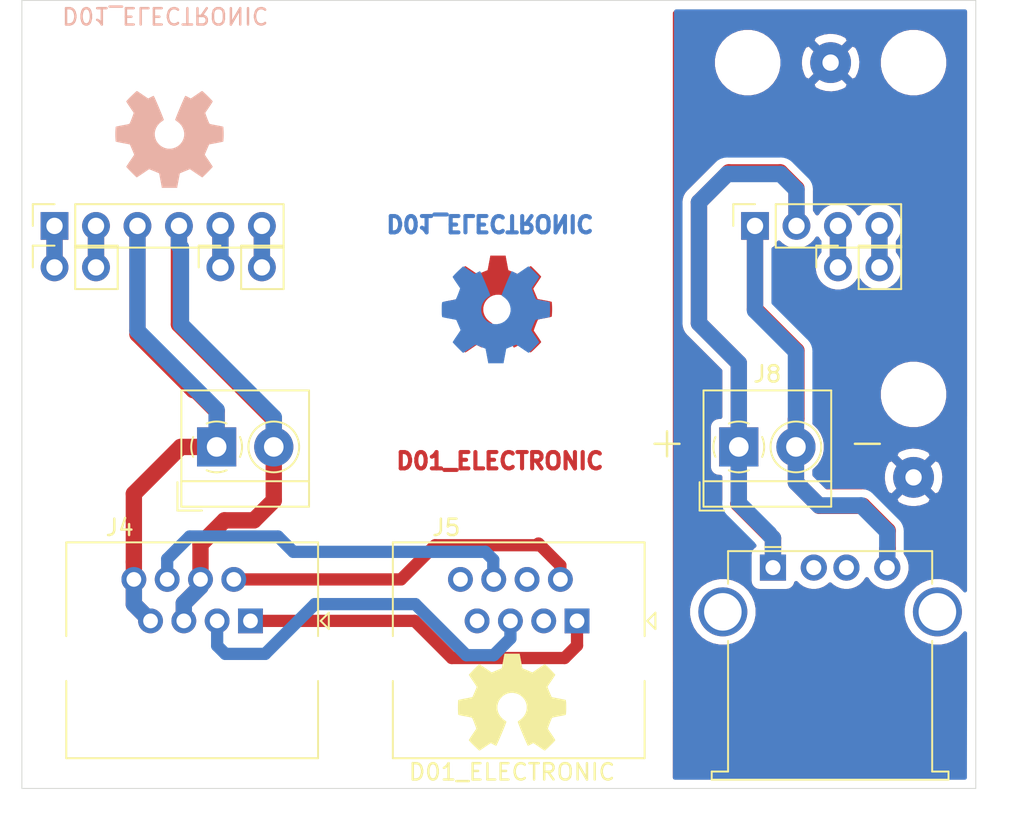
<source format=kicad_pcb>
(kicad_pcb (version 20171130) (host pcbnew 5.1.5-52549c5~86~ubuntu18.04.1)

  (general
    (thickness 1.6)
    (drawings 10)
    (tracks 119)
    (zones 0)
    (modules 26)
    (nets 23)
  )

  (page A4)
  (title_block
    (title "D01 Electronic")
    (company Galopago)
  )

  (layers
    (0 F.Cu signal)
    (31 B.Cu signal)
    (32 B.Adhes user)
    (33 F.Adhes user)
    (34 B.Paste user)
    (35 F.Paste user)
    (36 B.SilkS user)
    (37 F.SilkS user)
    (38 B.Mask user)
    (39 F.Mask user)
    (40 Dwgs.User user)
    (41 Cmts.User user)
    (42 Eco1.User user)
    (43 Eco2.User user)
    (44 Edge.Cuts user)
    (45 Margin user)
    (46 B.CrtYd user)
    (47 F.CrtYd user)
    (48 B.Fab user)
    (49 F.Fab user)
  )

  (setup
    (last_trace_width 1)
    (trace_clearance 0.2)
    (zone_clearance 0.508)
    (zone_45_only no)
    (trace_min 0.2)
    (via_size 0.8)
    (via_drill 0.4)
    (via_min_size 0.4)
    (via_min_drill 0.3)
    (uvia_size 0.3)
    (uvia_drill 0.1)
    (uvias_allowed no)
    (uvia_min_size 0.2)
    (uvia_min_drill 0.1)
    (edge_width 0.05)
    (segment_width 0.2)
    (pcb_text_width 0.3)
    (pcb_text_size 1.5 1.5)
    (mod_edge_width 0.12)
    (mod_text_size 1 1)
    (mod_text_width 0.15)
    (pad_size 2.4 2.4)
    (pad_drill 1.2)
    (pad_to_mask_clearance 0.051)
    (solder_mask_min_width 0.25)
    (aux_axis_origin 0 0)
    (visible_elements FFFFFF7F)
    (pcbplotparams
      (layerselection 0x010f0_ffffffff)
      (usegerberextensions false)
      (usegerberattributes false)
      (usegerberadvancedattributes false)
      (creategerberjobfile false)
      (excludeedgelayer true)
      (linewidth 0.100000)
      (plotframeref false)
      (viasonmask false)
      (mode 1)
      (useauxorigin false)
      (hpglpennumber 1)
      (hpglpenspeed 20)
      (hpglpendiameter 15.000000)
      (psnegative false)
      (psa4output false)
      (plotreference true)
      (plotvalue true)
      (plotinvisibletext false)
      (padsonsilk false)
      (subtractmaskfromsilk false)
      (outputformat 1)
      (mirror false)
      (drillshape 0)
      (scaleselection 1)
      (outputdirectory "gerber/single/"))
  )

  (net 0 "")
  (net 1 "Net-(J0-Pad1)")
  (net 2 "Net-(J4-Pad6)")
  (net 3 "Net-(J4-Pad3)")
  (net 4 "Net-(J4-Pad2)")
  (net 5 "Net-(J4-Pad1)")
  (net 6 "Net-(J5-Pad7)")
  (net 7 "Net-(J5-Pad8)")
  (net 8 "Net-(J5-Pad4)")
  (net 9 "Net-(J5-Pad3)")
  (net 10 "Net-(J6-Pad5)")
  (net 11 "Net-(J6-Pad4)")
  (net 12 "Net-(J6-Pad1)")
  (net 13 "Net-(J6-Pad3)")
  (net 14 "Net-(J6-Pad2)")
  (net 15 "Net-(J10-Pad6)")
  (net 16 "Net-(J10-Pad5)")
  (net 17 "Net-(J10-Pad4)")
  (net 18 "Net-(J10-Pad3)")
  (net 19 "Net-(J10-Pad2)")
  (net 20 "Net-(J10-Pad1)")
  (net 21 "Net-(J11-Pad2)")
  (net 22 "Net-(J11-Pad1)")

  (net_class Default "This is the default net class."
    (clearance 0.2)
    (trace_width 1)
    (via_dia 0.8)
    (via_drill 0.4)
    (uvia_dia 0.3)
    (uvia_drill 0.1)
    (add_net "Net-(J0-Pad1)")
    (add_net "Net-(J10-Pad1)")
    (add_net "Net-(J10-Pad2)")
    (add_net "Net-(J10-Pad3)")
    (add_net "Net-(J10-Pad4)")
    (add_net "Net-(J10-Pad5)")
    (add_net "Net-(J10-Pad6)")
    (add_net "Net-(J11-Pad1)")
    (add_net "Net-(J11-Pad2)")
    (add_net "Net-(J4-Pad1)")
    (add_net "Net-(J4-Pad2)")
    (add_net "Net-(J4-Pad3)")
    (add_net "Net-(J4-Pad6)")
    (add_net "Net-(J5-Pad3)")
    (add_net "Net-(J5-Pad4)")
    (add_net "Net-(J5-Pad7)")
    (add_net "Net-(J5-Pad8)")
    (add_net "Net-(J6-Pad1)")
    (add_net "Net-(J6-Pad2)")
    (add_net "Net-(J6-Pad3)")
    (add_net "Net-(J6-Pad4)")
    (add_net "Net-(J6-Pad5)")
  )

  (module Symbol:OSHW-Symbol_6.7x6mm_Copper (layer B.Cu) (tedit 0) (tstamp 5F5BCE89)
    (at 49.022 39.243)
    (descr "Open Source Hardware Symbol")
    (tags "Logo Symbol OSHW")
    (attr virtual)
    (fp_text reference REF** (at 0 0) (layer B.SilkS) hide
      (effects (font (size 1 1) (thickness 0.15)) (justify mirror))
    )
    (fp_text value OSHW-Symbol_6.7x6mm_Copper (at 0.75 0) (layer B.Fab) hide
      (effects (font (size 1 1) (thickness 0.15)) (justify mirror))
    )
    (fp_poly (pts (xy 0.555814 2.531069) (xy 0.639635 2.086445) (xy 0.94892 1.958947) (xy 1.258206 1.831449)
      (xy 1.629246 2.083754) (xy 1.733157 2.154004) (xy 1.827087 2.216728) (xy 1.906652 2.269062)
      (xy 1.96747 2.308143) (xy 2.005157 2.331107) (xy 2.015421 2.336058) (xy 2.03391 2.323324)
      (xy 2.07342 2.288118) (xy 2.129522 2.234938) (xy 2.197787 2.168282) (xy 2.273786 2.092646)
      (xy 2.353092 2.012528) (xy 2.431275 1.932426) (xy 2.503907 1.856836) (xy 2.566559 1.790255)
      (xy 2.614803 1.737182) (xy 2.64421 1.702113) (xy 2.651241 1.690377) (xy 2.641123 1.66874)
      (xy 2.612759 1.621338) (xy 2.569129 1.552807) (xy 2.513218 1.467785) (xy 2.448006 1.370907)
      (xy 2.410219 1.31565) (xy 2.341343 1.214752) (xy 2.28014 1.123701) (xy 2.229578 1.04703)
      (xy 2.192628 0.989272) (xy 2.172258 0.954957) (xy 2.169197 0.947746) (xy 2.176136 0.927252)
      (xy 2.195051 0.879487) (xy 2.223087 0.811168) (xy 2.257391 0.729011) (xy 2.295109 0.63973)
      (xy 2.333387 0.550042) (xy 2.36937 0.466662) (xy 2.400206 0.396306) (xy 2.423039 0.34569)
      (xy 2.435017 0.321529) (xy 2.435724 0.320578) (xy 2.454531 0.315964) (xy 2.504618 0.305672)
      (xy 2.580793 0.290713) (xy 2.677865 0.272099) (xy 2.790643 0.250841) (xy 2.856442 0.238582)
      (xy 2.97695 0.215638) (xy 3.085797 0.193805) (xy 3.177476 0.174278) (xy 3.246481 0.158252)
      (xy 3.287304 0.146921) (xy 3.295511 0.143326) (xy 3.303548 0.118994) (xy 3.310033 0.064041)
      (xy 3.31497 -0.015108) (xy 3.318364 -0.112026) (xy 3.320218 -0.220287) (xy 3.320538 -0.333465)
      (xy 3.319327 -0.445135) (xy 3.31659 -0.548868) (xy 3.312331 -0.638241) (xy 3.306555 -0.706826)
      (xy 3.299267 -0.748197) (xy 3.294895 -0.75681) (xy 3.268764 -0.767133) (xy 3.213393 -0.781892)
      (xy 3.136107 -0.799352) (xy 3.04423 -0.81778) (xy 3.012158 -0.823741) (xy 2.857524 -0.852066)
      (xy 2.735375 -0.874876) (xy 2.641673 -0.89308) (xy 2.572384 -0.907583) (xy 2.523471 -0.919292)
      (xy 2.490897 -0.929115) (xy 2.470628 -0.937956) (xy 2.458626 -0.946724) (xy 2.456947 -0.948457)
      (xy 2.440184 -0.976371) (xy 2.414614 -1.030695) (xy 2.382788 -1.104777) (xy 2.34726 -1.191965)
      (xy 2.310583 -1.285608) (xy 2.275311 -1.379052) (xy 2.243996 -1.465647) (xy 2.219193 -1.53874)
      (xy 2.203454 -1.591678) (xy 2.199332 -1.617811) (xy 2.199676 -1.618726) (xy 2.213641 -1.640086)
      (xy 2.245322 -1.687084) (xy 2.291391 -1.754827) (xy 2.348518 -1.838423) (xy 2.413373 -1.932982)
      (xy 2.431843 -1.959854) (xy 2.497699 -2.057275) (xy 2.55565 -2.146163) (xy 2.602538 -2.221412)
      (xy 2.635207 -2.27792) (xy 2.6505 -2.310581) (xy 2.651241 -2.314593) (xy 2.638392 -2.335684)
      (xy 2.602888 -2.377464) (xy 2.549293 -2.435445) (xy 2.482171 -2.505135) (xy 2.406087 -2.582045)
      (xy 2.325604 -2.661683) (xy 2.245287 -2.739561) (xy 2.169699 -2.811186) (xy 2.103405 -2.87207)
      (xy 2.050969 -2.917721) (xy 2.016955 -2.94365) (xy 2.007545 -2.947883) (xy 1.985643 -2.937912)
      (xy 1.9408 -2.91102) (xy 1.880321 -2.871736) (xy 1.833789 -2.840117) (xy 1.749475 -2.782098)
      (xy 1.649626 -2.713784) (xy 1.549473 -2.645579) (xy 1.495627 -2.609075) (xy 1.313371 -2.4858)
      (xy 1.160381 -2.56852) (xy 1.090682 -2.604759) (xy 1.031414 -2.632926) (xy 0.991311 -2.648991)
      (xy 0.981103 -2.651226) (xy 0.968829 -2.634722) (xy 0.944613 -2.588082) (xy 0.910263 -2.515609)
      (xy 0.867588 -2.421606) (xy 0.818394 -2.310374) (xy 0.76449 -2.186215) (xy 0.707684 -2.053432)
      (xy 0.649782 -1.916327) (xy 0.592593 -1.779202) (xy 0.537924 -1.646358) (xy 0.487584 -1.522098)
      (xy 0.44338 -1.410725) (xy 0.407119 -1.316539) (xy 0.380609 -1.243844) (xy 0.365658 -1.196941)
      (xy 0.363254 -1.180833) (xy 0.382311 -1.160286) (xy 0.424036 -1.126933) (xy 0.479706 -1.087702)
      (xy 0.484378 -1.084599) (xy 0.628264 -0.969423) (xy 0.744283 -0.835053) (xy 0.83143 -0.685784)
      (xy 0.888699 -0.525913) (xy 0.915086 -0.359737) (xy 0.909585 -0.191552) (xy 0.87119 -0.025655)
      (xy 0.798895 0.133658) (xy 0.777626 0.168513) (xy 0.666996 0.309263) (xy 0.536302 0.422286)
      (xy 0.390064 0.506997) (xy 0.232808 0.562806) (xy 0.069057 0.589126) (xy -0.096667 0.58537)
      (xy -0.259838 0.55095) (xy -0.415935 0.485277) (xy -0.560433 0.387765) (xy -0.605131 0.348187)
      (xy -0.718888 0.224297) (xy -0.801782 0.093876) (xy -0.858644 -0.052315) (xy -0.890313 -0.197088)
      (xy -0.898131 -0.35986) (xy -0.872062 -0.52344) (xy -0.814755 -0.682298) (xy -0.728856 -0.830906)
      (xy -0.617014 -0.963735) (xy -0.481877 -1.075256) (xy -0.464117 -1.087011) (xy -0.40785 -1.125508)
      (xy -0.365077 -1.158863) (xy -0.344628 -1.18016) (xy -0.344331 -1.180833) (xy -0.348721 -1.203871)
      (xy -0.366124 -1.256157) (xy -0.394732 -1.33339) (xy -0.432735 -1.431268) (xy -0.478326 -1.545491)
      (xy -0.529697 -1.671758) (xy -0.585038 -1.805767) (xy -0.642542 -1.943218) (xy -0.700399 -2.079808)
      (xy -0.756802 -2.211237) (xy -0.809942 -2.333205) (xy -0.85801 -2.441409) (xy -0.899199 -2.531549)
      (xy -0.931699 -2.599323) (xy -0.953703 -2.64043) (xy -0.962564 -2.651226) (xy -0.98964 -2.642819)
      (xy -1.040303 -2.620272) (xy -1.105817 -2.587613) (xy -1.141841 -2.56852) (xy -1.294832 -2.4858)
      (xy -1.477088 -2.609075) (xy -1.570125 -2.672228) (xy -1.671985 -2.741727) (xy -1.767438 -2.807165)
      (xy -1.81525 -2.840117) (xy -1.882495 -2.885273) (xy -1.939436 -2.921057) (xy -1.978646 -2.942938)
      (xy -1.991381 -2.947563) (xy -2.009917 -2.935085) (xy -2.050941 -2.900252) (xy -2.110475 -2.846678)
      (xy -2.184542 -2.777983) (xy -2.269165 -2.697781) (xy -2.322685 -2.646286) (xy -2.416319 -2.554286)
      (xy -2.497241 -2.471999) (xy -2.562177 -2.402945) (xy -2.607858 -2.350644) (xy -2.631011 -2.318616)
      (xy -2.633232 -2.312116) (xy -2.622924 -2.287394) (xy -2.594439 -2.237405) (xy -2.550937 -2.167212)
      (xy -2.495577 -2.081875) (xy -2.43152 -1.986456) (xy -2.413303 -1.959854) (xy -2.346927 -1.863167)
      (xy -2.287378 -1.776117) (xy -2.237984 -1.703595) (xy -2.202075 -1.650493) (xy -2.182981 -1.621703)
      (xy -2.181136 -1.618726) (xy -2.183895 -1.595782) (xy -2.198538 -1.545336) (xy -2.222513 -1.474041)
      (xy -2.253266 -1.388547) (xy -2.288244 -1.295507) (xy -2.324893 -1.201574) (xy -2.360661 -1.113399)
      (xy -2.392994 -1.037634) (xy -2.419338 -0.980931) (xy -2.437142 -0.949943) (xy -2.438407 -0.948457)
      (xy -2.449294 -0.939601) (xy -2.467682 -0.930843) (xy -2.497606 -0.921277) (xy -2.543103 -0.909996)
      (xy -2.608209 -0.896093) (xy -2.696961 -0.878663) (xy -2.813393 -0.856798) (xy -2.961542 -0.829591)
      (xy -2.993618 -0.823741) (xy -3.088686 -0.805374) (xy -3.171565 -0.787405) (xy -3.23493 -0.771569)
      (xy -3.271458 -0.7596) (xy -3.276356 -0.75681) (xy -3.284427 -0.732072) (xy -3.290987 -0.67679)
      (xy -3.296033 -0.597389) (xy -3.299559 -0.500296) (xy -3.301561 -0.391938) (xy -3.302036 -0.27874)
      (xy -3.300977 -0.167128) (xy -3.298382 -0.063529) (xy -3.294246 0.025632) (xy -3.288563 0.093928)
      (xy -3.281331 0.134934) (xy -3.276971 0.143326) (xy -3.252698 0.151792) (xy -3.197426 0.165565)
      (xy -3.116662 0.18345) (xy -3.015912 0.204252) (xy -2.900683 0.226777) (xy -2.837902 0.238582)
      (xy -2.718787 0.260849) (xy -2.612565 0.281021) (xy -2.524427 0.298085) (xy -2.459566 0.311031)
      (xy -2.423174 0.318845) (xy -2.417184 0.320578) (xy -2.407061 0.34011) (xy -2.385662 0.387157)
      (xy -2.355839 0.454997) (xy -2.320445 0.536909) (xy -2.282332 0.626172) (xy -2.244353 0.716065)
      (xy -2.20936 0.799865) (xy -2.180206 0.870853) (xy -2.159743 0.922306) (xy -2.150823 0.947503)
      (xy -2.150657 0.948604) (xy -2.160769 0.968481) (xy -2.189117 1.014223) (xy -2.232723 1.081283)
      (xy -2.288606 1.165116) (xy -2.353787 1.261174) (xy -2.391679 1.31635) (xy -2.460725 1.417519)
      (xy -2.52205 1.50937) (xy -2.572663 1.587256) (xy -2.609571 1.646531) (xy -2.629782 1.682549)
      (xy -2.632701 1.690623) (xy -2.620153 1.709416) (xy -2.585463 1.749543) (xy -2.533063 1.806507)
      (xy -2.467384 1.875815) (xy -2.392856 1.952969) (xy -2.313913 2.033475) (xy -2.234983 2.112837)
      (xy -2.1605 2.18656) (xy -2.094894 2.250148) (xy -2.042596 2.299106) (xy -2.008039 2.328939)
      (xy -1.996478 2.336058) (xy -1.977654 2.326047) (xy -1.932631 2.297922) (xy -1.865787 2.254546)
      (xy -1.781499 2.198782) (xy -1.684144 2.133494) (xy -1.610707 2.083754) (xy -1.239667 1.831449)
      (xy -0.621095 2.086445) (xy -0.537275 2.531069) (xy -0.453454 2.975693) (xy 0.471994 2.975693)
      (xy 0.555814 2.531069)) (layer B.Cu) (width 0.01))
  )

  (module Symbol:OSHW-Symbol_6.7x6mm_Copper (layer F.Cu) (tedit 0) (tstamp 5F5BCE83)
    (at 49.149 38.608)
    (descr "Open Source Hardware Symbol")
    (tags "Logo Symbol OSHW")
    (attr virtual)
    (fp_text reference REF** (at 0 0) (layer F.SilkS) hide
      (effects (font (size 1 1) (thickness 0.15)))
    )
    (fp_text value OSHW-Symbol_6.7x6mm_Copper (at 0.75 0) (layer F.Fab) hide
      (effects (font (size 1 1) (thickness 0.15)))
    )
    (fp_poly (pts (xy 0.555814 -2.531069) (xy 0.639635 -2.086445) (xy 0.94892 -1.958947) (xy 1.258206 -1.831449)
      (xy 1.629246 -2.083754) (xy 1.733157 -2.154004) (xy 1.827087 -2.216728) (xy 1.906652 -2.269062)
      (xy 1.96747 -2.308143) (xy 2.005157 -2.331107) (xy 2.015421 -2.336058) (xy 2.03391 -2.323324)
      (xy 2.07342 -2.288118) (xy 2.129522 -2.234938) (xy 2.197787 -2.168282) (xy 2.273786 -2.092646)
      (xy 2.353092 -2.012528) (xy 2.431275 -1.932426) (xy 2.503907 -1.856836) (xy 2.566559 -1.790255)
      (xy 2.614803 -1.737182) (xy 2.64421 -1.702113) (xy 2.651241 -1.690377) (xy 2.641123 -1.66874)
      (xy 2.612759 -1.621338) (xy 2.569129 -1.552807) (xy 2.513218 -1.467785) (xy 2.448006 -1.370907)
      (xy 2.410219 -1.31565) (xy 2.341343 -1.214752) (xy 2.28014 -1.123701) (xy 2.229578 -1.04703)
      (xy 2.192628 -0.989272) (xy 2.172258 -0.954957) (xy 2.169197 -0.947746) (xy 2.176136 -0.927252)
      (xy 2.195051 -0.879487) (xy 2.223087 -0.811168) (xy 2.257391 -0.729011) (xy 2.295109 -0.63973)
      (xy 2.333387 -0.550042) (xy 2.36937 -0.466662) (xy 2.400206 -0.396306) (xy 2.423039 -0.34569)
      (xy 2.435017 -0.321529) (xy 2.435724 -0.320578) (xy 2.454531 -0.315964) (xy 2.504618 -0.305672)
      (xy 2.580793 -0.290713) (xy 2.677865 -0.272099) (xy 2.790643 -0.250841) (xy 2.856442 -0.238582)
      (xy 2.97695 -0.215638) (xy 3.085797 -0.193805) (xy 3.177476 -0.174278) (xy 3.246481 -0.158252)
      (xy 3.287304 -0.146921) (xy 3.295511 -0.143326) (xy 3.303548 -0.118994) (xy 3.310033 -0.064041)
      (xy 3.31497 0.015108) (xy 3.318364 0.112026) (xy 3.320218 0.220287) (xy 3.320538 0.333465)
      (xy 3.319327 0.445135) (xy 3.31659 0.548868) (xy 3.312331 0.638241) (xy 3.306555 0.706826)
      (xy 3.299267 0.748197) (xy 3.294895 0.75681) (xy 3.268764 0.767133) (xy 3.213393 0.781892)
      (xy 3.136107 0.799352) (xy 3.04423 0.81778) (xy 3.012158 0.823741) (xy 2.857524 0.852066)
      (xy 2.735375 0.874876) (xy 2.641673 0.89308) (xy 2.572384 0.907583) (xy 2.523471 0.919292)
      (xy 2.490897 0.929115) (xy 2.470628 0.937956) (xy 2.458626 0.946724) (xy 2.456947 0.948457)
      (xy 2.440184 0.976371) (xy 2.414614 1.030695) (xy 2.382788 1.104777) (xy 2.34726 1.191965)
      (xy 2.310583 1.285608) (xy 2.275311 1.379052) (xy 2.243996 1.465647) (xy 2.219193 1.53874)
      (xy 2.203454 1.591678) (xy 2.199332 1.617811) (xy 2.199676 1.618726) (xy 2.213641 1.640086)
      (xy 2.245322 1.687084) (xy 2.291391 1.754827) (xy 2.348518 1.838423) (xy 2.413373 1.932982)
      (xy 2.431843 1.959854) (xy 2.497699 2.057275) (xy 2.55565 2.146163) (xy 2.602538 2.221412)
      (xy 2.635207 2.27792) (xy 2.6505 2.310581) (xy 2.651241 2.314593) (xy 2.638392 2.335684)
      (xy 2.602888 2.377464) (xy 2.549293 2.435445) (xy 2.482171 2.505135) (xy 2.406087 2.582045)
      (xy 2.325604 2.661683) (xy 2.245287 2.739561) (xy 2.169699 2.811186) (xy 2.103405 2.87207)
      (xy 2.050969 2.917721) (xy 2.016955 2.94365) (xy 2.007545 2.947883) (xy 1.985643 2.937912)
      (xy 1.9408 2.91102) (xy 1.880321 2.871736) (xy 1.833789 2.840117) (xy 1.749475 2.782098)
      (xy 1.649626 2.713784) (xy 1.549473 2.645579) (xy 1.495627 2.609075) (xy 1.313371 2.4858)
      (xy 1.160381 2.56852) (xy 1.090682 2.604759) (xy 1.031414 2.632926) (xy 0.991311 2.648991)
      (xy 0.981103 2.651226) (xy 0.968829 2.634722) (xy 0.944613 2.588082) (xy 0.910263 2.515609)
      (xy 0.867588 2.421606) (xy 0.818394 2.310374) (xy 0.76449 2.186215) (xy 0.707684 2.053432)
      (xy 0.649782 1.916327) (xy 0.592593 1.779202) (xy 0.537924 1.646358) (xy 0.487584 1.522098)
      (xy 0.44338 1.410725) (xy 0.407119 1.316539) (xy 0.380609 1.243844) (xy 0.365658 1.196941)
      (xy 0.363254 1.180833) (xy 0.382311 1.160286) (xy 0.424036 1.126933) (xy 0.479706 1.087702)
      (xy 0.484378 1.084599) (xy 0.628264 0.969423) (xy 0.744283 0.835053) (xy 0.83143 0.685784)
      (xy 0.888699 0.525913) (xy 0.915086 0.359737) (xy 0.909585 0.191552) (xy 0.87119 0.025655)
      (xy 0.798895 -0.133658) (xy 0.777626 -0.168513) (xy 0.666996 -0.309263) (xy 0.536302 -0.422286)
      (xy 0.390064 -0.506997) (xy 0.232808 -0.562806) (xy 0.069057 -0.589126) (xy -0.096667 -0.58537)
      (xy -0.259838 -0.55095) (xy -0.415935 -0.485277) (xy -0.560433 -0.387765) (xy -0.605131 -0.348187)
      (xy -0.718888 -0.224297) (xy -0.801782 -0.093876) (xy -0.858644 0.052315) (xy -0.890313 0.197088)
      (xy -0.898131 0.35986) (xy -0.872062 0.52344) (xy -0.814755 0.682298) (xy -0.728856 0.830906)
      (xy -0.617014 0.963735) (xy -0.481877 1.075256) (xy -0.464117 1.087011) (xy -0.40785 1.125508)
      (xy -0.365077 1.158863) (xy -0.344628 1.18016) (xy -0.344331 1.180833) (xy -0.348721 1.203871)
      (xy -0.366124 1.256157) (xy -0.394732 1.33339) (xy -0.432735 1.431268) (xy -0.478326 1.545491)
      (xy -0.529697 1.671758) (xy -0.585038 1.805767) (xy -0.642542 1.943218) (xy -0.700399 2.079808)
      (xy -0.756802 2.211237) (xy -0.809942 2.333205) (xy -0.85801 2.441409) (xy -0.899199 2.531549)
      (xy -0.931699 2.599323) (xy -0.953703 2.64043) (xy -0.962564 2.651226) (xy -0.98964 2.642819)
      (xy -1.040303 2.620272) (xy -1.105817 2.587613) (xy -1.141841 2.56852) (xy -1.294832 2.4858)
      (xy -1.477088 2.609075) (xy -1.570125 2.672228) (xy -1.671985 2.741727) (xy -1.767438 2.807165)
      (xy -1.81525 2.840117) (xy -1.882495 2.885273) (xy -1.939436 2.921057) (xy -1.978646 2.942938)
      (xy -1.991381 2.947563) (xy -2.009917 2.935085) (xy -2.050941 2.900252) (xy -2.110475 2.846678)
      (xy -2.184542 2.777983) (xy -2.269165 2.697781) (xy -2.322685 2.646286) (xy -2.416319 2.554286)
      (xy -2.497241 2.471999) (xy -2.562177 2.402945) (xy -2.607858 2.350644) (xy -2.631011 2.318616)
      (xy -2.633232 2.312116) (xy -2.622924 2.287394) (xy -2.594439 2.237405) (xy -2.550937 2.167212)
      (xy -2.495577 2.081875) (xy -2.43152 1.986456) (xy -2.413303 1.959854) (xy -2.346927 1.863167)
      (xy -2.287378 1.776117) (xy -2.237984 1.703595) (xy -2.202075 1.650493) (xy -2.182981 1.621703)
      (xy -2.181136 1.618726) (xy -2.183895 1.595782) (xy -2.198538 1.545336) (xy -2.222513 1.474041)
      (xy -2.253266 1.388547) (xy -2.288244 1.295507) (xy -2.324893 1.201574) (xy -2.360661 1.113399)
      (xy -2.392994 1.037634) (xy -2.419338 0.980931) (xy -2.437142 0.949943) (xy -2.438407 0.948457)
      (xy -2.449294 0.939601) (xy -2.467682 0.930843) (xy -2.497606 0.921277) (xy -2.543103 0.909996)
      (xy -2.608209 0.896093) (xy -2.696961 0.878663) (xy -2.813393 0.856798) (xy -2.961542 0.829591)
      (xy -2.993618 0.823741) (xy -3.088686 0.805374) (xy -3.171565 0.787405) (xy -3.23493 0.771569)
      (xy -3.271458 0.7596) (xy -3.276356 0.75681) (xy -3.284427 0.732072) (xy -3.290987 0.67679)
      (xy -3.296033 0.597389) (xy -3.299559 0.500296) (xy -3.301561 0.391938) (xy -3.302036 0.27874)
      (xy -3.300977 0.167128) (xy -3.298382 0.063529) (xy -3.294246 -0.025632) (xy -3.288563 -0.093928)
      (xy -3.281331 -0.134934) (xy -3.276971 -0.143326) (xy -3.252698 -0.151792) (xy -3.197426 -0.165565)
      (xy -3.116662 -0.18345) (xy -3.015912 -0.204252) (xy -2.900683 -0.226777) (xy -2.837902 -0.238582)
      (xy -2.718787 -0.260849) (xy -2.612565 -0.281021) (xy -2.524427 -0.298085) (xy -2.459566 -0.311031)
      (xy -2.423174 -0.318845) (xy -2.417184 -0.320578) (xy -2.407061 -0.34011) (xy -2.385662 -0.387157)
      (xy -2.355839 -0.454997) (xy -2.320445 -0.536909) (xy -2.282332 -0.626172) (xy -2.244353 -0.716065)
      (xy -2.20936 -0.799865) (xy -2.180206 -0.870853) (xy -2.159743 -0.922306) (xy -2.150823 -0.947503)
      (xy -2.150657 -0.948604) (xy -2.160769 -0.968481) (xy -2.189117 -1.014223) (xy -2.232723 -1.081283)
      (xy -2.288606 -1.165116) (xy -2.353787 -1.261174) (xy -2.391679 -1.31635) (xy -2.460725 -1.417519)
      (xy -2.52205 -1.50937) (xy -2.572663 -1.587256) (xy -2.609571 -1.646531) (xy -2.629782 -1.682549)
      (xy -2.632701 -1.690623) (xy -2.620153 -1.709416) (xy -2.585463 -1.749543) (xy -2.533063 -1.806507)
      (xy -2.467384 -1.875815) (xy -2.392856 -1.952969) (xy -2.313913 -2.033475) (xy -2.234983 -2.112837)
      (xy -2.1605 -2.18656) (xy -2.094894 -2.250148) (xy -2.042596 -2.299106) (xy -2.008039 -2.328939)
      (xy -1.996478 -2.336058) (xy -1.977654 -2.326047) (xy -1.932631 -2.297922) (xy -1.865787 -2.254546)
      (xy -1.781499 -2.198782) (xy -1.684144 -2.133494) (xy -1.610707 -2.083754) (xy -1.239667 -1.831449)
      (xy -0.621095 -2.086445) (xy -0.537275 -2.531069) (xy -0.453454 -2.975693) (xy 0.471994 -2.975693)
      (xy 0.555814 -2.531069)) (layer F.Cu) (width 0.01))
  )

  (module Symbol:OSHW-Symbol_6.7x6mm_SilkScreen (layer B.Cu) (tedit 0) (tstamp 5F5BCADF)
    (at 29.0322 28.4988)
    (descr "Open Source Hardware Symbol")
    (tags "Logo Symbol OSHW")
    (attr virtual)
    (fp_text reference REF** (at 0 0) (layer B.SilkS) hide
      (effects (font (size 1 1) (thickness 0.15)) (justify mirror))
    )
    (fp_text value OSHW-Symbol_6.7x6mm_SilkScreen (at 0.75 0) (layer B.Fab) hide
      (effects (font (size 1 1) (thickness 0.15)) (justify mirror))
    )
    (fp_poly (pts (xy 0.555814 2.531069) (xy 0.639635 2.086445) (xy 0.94892 1.958947) (xy 1.258206 1.831449)
      (xy 1.629246 2.083754) (xy 1.733157 2.154004) (xy 1.827087 2.216728) (xy 1.906652 2.269062)
      (xy 1.96747 2.308143) (xy 2.005157 2.331107) (xy 2.015421 2.336058) (xy 2.03391 2.323324)
      (xy 2.07342 2.288118) (xy 2.129522 2.234938) (xy 2.197787 2.168282) (xy 2.273786 2.092646)
      (xy 2.353092 2.012528) (xy 2.431275 1.932426) (xy 2.503907 1.856836) (xy 2.566559 1.790255)
      (xy 2.614803 1.737182) (xy 2.64421 1.702113) (xy 2.651241 1.690377) (xy 2.641123 1.66874)
      (xy 2.612759 1.621338) (xy 2.569129 1.552807) (xy 2.513218 1.467785) (xy 2.448006 1.370907)
      (xy 2.410219 1.31565) (xy 2.341343 1.214752) (xy 2.28014 1.123701) (xy 2.229578 1.04703)
      (xy 2.192628 0.989272) (xy 2.172258 0.954957) (xy 2.169197 0.947746) (xy 2.176136 0.927252)
      (xy 2.195051 0.879487) (xy 2.223087 0.811168) (xy 2.257391 0.729011) (xy 2.295109 0.63973)
      (xy 2.333387 0.550042) (xy 2.36937 0.466662) (xy 2.400206 0.396306) (xy 2.423039 0.34569)
      (xy 2.435017 0.321529) (xy 2.435724 0.320578) (xy 2.454531 0.315964) (xy 2.504618 0.305672)
      (xy 2.580793 0.290713) (xy 2.677865 0.272099) (xy 2.790643 0.250841) (xy 2.856442 0.238582)
      (xy 2.97695 0.215638) (xy 3.085797 0.193805) (xy 3.177476 0.174278) (xy 3.246481 0.158252)
      (xy 3.287304 0.146921) (xy 3.295511 0.143326) (xy 3.303548 0.118994) (xy 3.310033 0.064041)
      (xy 3.31497 -0.015108) (xy 3.318364 -0.112026) (xy 3.320218 -0.220287) (xy 3.320538 -0.333465)
      (xy 3.319327 -0.445135) (xy 3.31659 -0.548868) (xy 3.312331 -0.638241) (xy 3.306555 -0.706826)
      (xy 3.299267 -0.748197) (xy 3.294895 -0.75681) (xy 3.268764 -0.767133) (xy 3.213393 -0.781892)
      (xy 3.136107 -0.799352) (xy 3.04423 -0.81778) (xy 3.012158 -0.823741) (xy 2.857524 -0.852066)
      (xy 2.735375 -0.874876) (xy 2.641673 -0.89308) (xy 2.572384 -0.907583) (xy 2.523471 -0.919292)
      (xy 2.490897 -0.929115) (xy 2.470628 -0.937956) (xy 2.458626 -0.946724) (xy 2.456947 -0.948457)
      (xy 2.440184 -0.976371) (xy 2.414614 -1.030695) (xy 2.382788 -1.104777) (xy 2.34726 -1.191965)
      (xy 2.310583 -1.285608) (xy 2.275311 -1.379052) (xy 2.243996 -1.465647) (xy 2.219193 -1.53874)
      (xy 2.203454 -1.591678) (xy 2.199332 -1.617811) (xy 2.199676 -1.618726) (xy 2.213641 -1.640086)
      (xy 2.245322 -1.687084) (xy 2.291391 -1.754827) (xy 2.348518 -1.838423) (xy 2.413373 -1.932982)
      (xy 2.431843 -1.959854) (xy 2.497699 -2.057275) (xy 2.55565 -2.146163) (xy 2.602538 -2.221412)
      (xy 2.635207 -2.27792) (xy 2.6505 -2.310581) (xy 2.651241 -2.314593) (xy 2.638392 -2.335684)
      (xy 2.602888 -2.377464) (xy 2.549293 -2.435445) (xy 2.482171 -2.505135) (xy 2.406087 -2.582045)
      (xy 2.325604 -2.661683) (xy 2.245287 -2.739561) (xy 2.169699 -2.811186) (xy 2.103405 -2.87207)
      (xy 2.050969 -2.917721) (xy 2.016955 -2.94365) (xy 2.007545 -2.947883) (xy 1.985643 -2.937912)
      (xy 1.9408 -2.91102) (xy 1.880321 -2.871736) (xy 1.833789 -2.840117) (xy 1.749475 -2.782098)
      (xy 1.649626 -2.713784) (xy 1.549473 -2.645579) (xy 1.495627 -2.609075) (xy 1.313371 -2.4858)
      (xy 1.160381 -2.56852) (xy 1.090682 -2.604759) (xy 1.031414 -2.632926) (xy 0.991311 -2.648991)
      (xy 0.981103 -2.651226) (xy 0.968829 -2.634722) (xy 0.944613 -2.588082) (xy 0.910263 -2.515609)
      (xy 0.867588 -2.421606) (xy 0.818394 -2.310374) (xy 0.76449 -2.186215) (xy 0.707684 -2.053432)
      (xy 0.649782 -1.916327) (xy 0.592593 -1.779202) (xy 0.537924 -1.646358) (xy 0.487584 -1.522098)
      (xy 0.44338 -1.410725) (xy 0.407119 -1.316539) (xy 0.380609 -1.243844) (xy 0.365658 -1.196941)
      (xy 0.363254 -1.180833) (xy 0.382311 -1.160286) (xy 0.424036 -1.126933) (xy 0.479706 -1.087702)
      (xy 0.484378 -1.084599) (xy 0.628264 -0.969423) (xy 0.744283 -0.835053) (xy 0.83143 -0.685784)
      (xy 0.888699 -0.525913) (xy 0.915086 -0.359737) (xy 0.909585 -0.191552) (xy 0.87119 -0.025655)
      (xy 0.798895 0.133658) (xy 0.777626 0.168513) (xy 0.666996 0.309263) (xy 0.536302 0.422286)
      (xy 0.390064 0.506997) (xy 0.232808 0.562806) (xy 0.069057 0.589126) (xy -0.096667 0.58537)
      (xy -0.259838 0.55095) (xy -0.415935 0.485277) (xy -0.560433 0.387765) (xy -0.605131 0.348187)
      (xy -0.718888 0.224297) (xy -0.801782 0.093876) (xy -0.858644 -0.052315) (xy -0.890313 -0.197088)
      (xy -0.898131 -0.35986) (xy -0.872062 -0.52344) (xy -0.814755 -0.682298) (xy -0.728856 -0.830906)
      (xy -0.617014 -0.963735) (xy -0.481877 -1.075256) (xy -0.464117 -1.087011) (xy -0.40785 -1.125508)
      (xy -0.365077 -1.158863) (xy -0.344628 -1.18016) (xy -0.344331 -1.180833) (xy -0.348721 -1.203871)
      (xy -0.366124 -1.256157) (xy -0.394732 -1.33339) (xy -0.432735 -1.431268) (xy -0.478326 -1.545491)
      (xy -0.529697 -1.671758) (xy -0.585038 -1.805767) (xy -0.642542 -1.943218) (xy -0.700399 -2.079808)
      (xy -0.756802 -2.211237) (xy -0.809942 -2.333205) (xy -0.85801 -2.441409) (xy -0.899199 -2.531549)
      (xy -0.931699 -2.599323) (xy -0.953703 -2.64043) (xy -0.962564 -2.651226) (xy -0.98964 -2.642819)
      (xy -1.040303 -2.620272) (xy -1.105817 -2.587613) (xy -1.141841 -2.56852) (xy -1.294832 -2.4858)
      (xy -1.477088 -2.609075) (xy -1.570125 -2.672228) (xy -1.671985 -2.741727) (xy -1.767438 -2.807165)
      (xy -1.81525 -2.840117) (xy -1.882495 -2.885273) (xy -1.939436 -2.921057) (xy -1.978646 -2.942938)
      (xy -1.991381 -2.947563) (xy -2.009917 -2.935085) (xy -2.050941 -2.900252) (xy -2.110475 -2.846678)
      (xy -2.184542 -2.777983) (xy -2.269165 -2.697781) (xy -2.322685 -2.646286) (xy -2.416319 -2.554286)
      (xy -2.497241 -2.471999) (xy -2.562177 -2.402945) (xy -2.607858 -2.350644) (xy -2.631011 -2.318616)
      (xy -2.633232 -2.312116) (xy -2.622924 -2.287394) (xy -2.594439 -2.237405) (xy -2.550937 -2.167212)
      (xy -2.495577 -2.081875) (xy -2.43152 -1.986456) (xy -2.413303 -1.959854) (xy -2.346927 -1.863167)
      (xy -2.287378 -1.776117) (xy -2.237984 -1.703595) (xy -2.202075 -1.650493) (xy -2.182981 -1.621703)
      (xy -2.181136 -1.618726) (xy -2.183895 -1.595782) (xy -2.198538 -1.545336) (xy -2.222513 -1.474041)
      (xy -2.253266 -1.388547) (xy -2.288244 -1.295507) (xy -2.324893 -1.201574) (xy -2.360661 -1.113399)
      (xy -2.392994 -1.037634) (xy -2.419338 -0.980931) (xy -2.437142 -0.949943) (xy -2.438407 -0.948457)
      (xy -2.449294 -0.939601) (xy -2.467682 -0.930843) (xy -2.497606 -0.921277) (xy -2.543103 -0.909996)
      (xy -2.608209 -0.896093) (xy -2.696961 -0.878663) (xy -2.813393 -0.856798) (xy -2.961542 -0.829591)
      (xy -2.993618 -0.823741) (xy -3.088686 -0.805374) (xy -3.171565 -0.787405) (xy -3.23493 -0.771569)
      (xy -3.271458 -0.7596) (xy -3.276356 -0.75681) (xy -3.284427 -0.732072) (xy -3.290987 -0.67679)
      (xy -3.296033 -0.597389) (xy -3.299559 -0.500296) (xy -3.301561 -0.391938) (xy -3.302036 -0.27874)
      (xy -3.300977 -0.167128) (xy -3.298382 -0.063529) (xy -3.294246 0.025632) (xy -3.288563 0.093928)
      (xy -3.281331 0.134934) (xy -3.276971 0.143326) (xy -3.252698 0.151792) (xy -3.197426 0.165565)
      (xy -3.116662 0.18345) (xy -3.015912 0.204252) (xy -2.900683 0.226777) (xy -2.837902 0.238582)
      (xy -2.718787 0.260849) (xy -2.612565 0.281021) (xy -2.524427 0.298085) (xy -2.459566 0.311031)
      (xy -2.423174 0.318845) (xy -2.417184 0.320578) (xy -2.407061 0.34011) (xy -2.385662 0.387157)
      (xy -2.355839 0.454997) (xy -2.320445 0.536909) (xy -2.282332 0.626172) (xy -2.244353 0.716065)
      (xy -2.20936 0.799865) (xy -2.180206 0.870853) (xy -2.159743 0.922306) (xy -2.150823 0.947503)
      (xy -2.150657 0.948604) (xy -2.160769 0.968481) (xy -2.189117 1.014223) (xy -2.232723 1.081283)
      (xy -2.288606 1.165116) (xy -2.353787 1.261174) (xy -2.391679 1.31635) (xy -2.460725 1.417519)
      (xy -2.52205 1.50937) (xy -2.572663 1.587256) (xy -2.609571 1.646531) (xy -2.629782 1.682549)
      (xy -2.632701 1.690623) (xy -2.620153 1.709416) (xy -2.585463 1.749543) (xy -2.533063 1.806507)
      (xy -2.467384 1.875815) (xy -2.392856 1.952969) (xy -2.313913 2.033475) (xy -2.234983 2.112837)
      (xy -2.1605 2.18656) (xy -2.094894 2.250148) (xy -2.042596 2.299106) (xy -2.008039 2.328939)
      (xy -1.996478 2.336058) (xy -1.977654 2.326047) (xy -1.932631 2.297922) (xy -1.865787 2.254546)
      (xy -1.781499 2.198782) (xy -1.684144 2.133494) (xy -1.610707 2.083754) (xy -1.239667 1.831449)
      (xy -0.621095 2.086445) (xy -0.537275 2.531069) (xy -0.453454 2.975693) (xy 0.471994 2.975693)
      (xy 0.555814 2.531069)) (layer B.SilkS) (width 0.01))
  )

  (module Symbol:OSHW-Symbol_6.7x6mm_SilkScreen (layer F.Cu) (tedit 0) (tstamp 5F5BCAD9)
    (at 50.0126 62.992)
    (descr "Open Source Hardware Symbol")
    (tags "Logo Symbol OSHW")
    (attr virtual)
    (fp_text reference REF** (at 0 0) (layer F.SilkS) hide
      (effects (font (size 1 1) (thickness 0.15)))
    )
    (fp_text value OSHW-Symbol_6.7x6mm_SilkScreen (at 0.75 0) (layer F.Fab) hide
      (effects (font (size 1 1) (thickness 0.15)))
    )
    (fp_poly (pts (xy 0.555814 -2.531069) (xy 0.639635 -2.086445) (xy 0.94892 -1.958947) (xy 1.258206 -1.831449)
      (xy 1.629246 -2.083754) (xy 1.733157 -2.154004) (xy 1.827087 -2.216728) (xy 1.906652 -2.269062)
      (xy 1.96747 -2.308143) (xy 2.005157 -2.331107) (xy 2.015421 -2.336058) (xy 2.03391 -2.323324)
      (xy 2.07342 -2.288118) (xy 2.129522 -2.234938) (xy 2.197787 -2.168282) (xy 2.273786 -2.092646)
      (xy 2.353092 -2.012528) (xy 2.431275 -1.932426) (xy 2.503907 -1.856836) (xy 2.566559 -1.790255)
      (xy 2.614803 -1.737182) (xy 2.64421 -1.702113) (xy 2.651241 -1.690377) (xy 2.641123 -1.66874)
      (xy 2.612759 -1.621338) (xy 2.569129 -1.552807) (xy 2.513218 -1.467785) (xy 2.448006 -1.370907)
      (xy 2.410219 -1.31565) (xy 2.341343 -1.214752) (xy 2.28014 -1.123701) (xy 2.229578 -1.04703)
      (xy 2.192628 -0.989272) (xy 2.172258 -0.954957) (xy 2.169197 -0.947746) (xy 2.176136 -0.927252)
      (xy 2.195051 -0.879487) (xy 2.223087 -0.811168) (xy 2.257391 -0.729011) (xy 2.295109 -0.63973)
      (xy 2.333387 -0.550042) (xy 2.36937 -0.466662) (xy 2.400206 -0.396306) (xy 2.423039 -0.34569)
      (xy 2.435017 -0.321529) (xy 2.435724 -0.320578) (xy 2.454531 -0.315964) (xy 2.504618 -0.305672)
      (xy 2.580793 -0.290713) (xy 2.677865 -0.272099) (xy 2.790643 -0.250841) (xy 2.856442 -0.238582)
      (xy 2.97695 -0.215638) (xy 3.085797 -0.193805) (xy 3.177476 -0.174278) (xy 3.246481 -0.158252)
      (xy 3.287304 -0.146921) (xy 3.295511 -0.143326) (xy 3.303548 -0.118994) (xy 3.310033 -0.064041)
      (xy 3.31497 0.015108) (xy 3.318364 0.112026) (xy 3.320218 0.220287) (xy 3.320538 0.333465)
      (xy 3.319327 0.445135) (xy 3.31659 0.548868) (xy 3.312331 0.638241) (xy 3.306555 0.706826)
      (xy 3.299267 0.748197) (xy 3.294895 0.75681) (xy 3.268764 0.767133) (xy 3.213393 0.781892)
      (xy 3.136107 0.799352) (xy 3.04423 0.81778) (xy 3.012158 0.823741) (xy 2.857524 0.852066)
      (xy 2.735375 0.874876) (xy 2.641673 0.89308) (xy 2.572384 0.907583) (xy 2.523471 0.919292)
      (xy 2.490897 0.929115) (xy 2.470628 0.937956) (xy 2.458626 0.946724) (xy 2.456947 0.948457)
      (xy 2.440184 0.976371) (xy 2.414614 1.030695) (xy 2.382788 1.104777) (xy 2.34726 1.191965)
      (xy 2.310583 1.285608) (xy 2.275311 1.379052) (xy 2.243996 1.465647) (xy 2.219193 1.53874)
      (xy 2.203454 1.591678) (xy 2.199332 1.617811) (xy 2.199676 1.618726) (xy 2.213641 1.640086)
      (xy 2.245322 1.687084) (xy 2.291391 1.754827) (xy 2.348518 1.838423) (xy 2.413373 1.932982)
      (xy 2.431843 1.959854) (xy 2.497699 2.057275) (xy 2.55565 2.146163) (xy 2.602538 2.221412)
      (xy 2.635207 2.27792) (xy 2.6505 2.310581) (xy 2.651241 2.314593) (xy 2.638392 2.335684)
      (xy 2.602888 2.377464) (xy 2.549293 2.435445) (xy 2.482171 2.505135) (xy 2.406087 2.582045)
      (xy 2.325604 2.661683) (xy 2.245287 2.739561) (xy 2.169699 2.811186) (xy 2.103405 2.87207)
      (xy 2.050969 2.917721) (xy 2.016955 2.94365) (xy 2.007545 2.947883) (xy 1.985643 2.937912)
      (xy 1.9408 2.91102) (xy 1.880321 2.871736) (xy 1.833789 2.840117) (xy 1.749475 2.782098)
      (xy 1.649626 2.713784) (xy 1.549473 2.645579) (xy 1.495627 2.609075) (xy 1.313371 2.4858)
      (xy 1.160381 2.56852) (xy 1.090682 2.604759) (xy 1.031414 2.632926) (xy 0.991311 2.648991)
      (xy 0.981103 2.651226) (xy 0.968829 2.634722) (xy 0.944613 2.588082) (xy 0.910263 2.515609)
      (xy 0.867588 2.421606) (xy 0.818394 2.310374) (xy 0.76449 2.186215) (xy 0.707684 2.053432)
      (xy 0.649782 1.916327) (xy 0.592593 1.779202) (xy 0.537924 1.646358) (xy 0.487584 1.522098)
      (xy 0.44338 1.410725) (xy 0.407119 1.316539) (xy 0.380609 1.243844) (xy 0.365658 1.196941)
      (xy 0.363254 1.180833) (xy 0.382311 1.160286) (xy 0.424036 1.126933) (xy 0.479706 1.087702)
      (xy 0.484378 1.084599) (xy 0.628264 0.969423) (xy 0.744283 0.835053) (xy 0.83143 0.685784)
      (xy 0.888699 0.525913) (xy 0.915086 0.359737) (xy 0.909585 0.191552) (xy 0.87119 0.025655)
      (xy 0.798895 -0.133658) (xy 0.777626 -0.168513) (xy 0.666996 -0.309263) (xy 0.536302 -0.422286)
      (xy 0.390064 -0.506997) (xy 0.232808 -0.562806) (xy 0.069057 -0.589126) (xy -0.096667 -0.58537)
      (xy -0.259838 -0.55095) (xy -0.415935 -0.485277) (xy -0.560433 -0.387765) (xy -0.605131 -0.348187)
      (xy -0.718888 -0.224297) (xy -0.801782 -0.093876) (xy -0.858644 0.052315) (xy -0.890313 0.197088)
      (xy -0.898131 0.35986) (xy -0.872062 0.52344) (xy -0.814755 0.682298) (xy -0.728856 0.830906)
      (xy -0.617014 0.963735) (xy -0.481877 1.075256) (xy -0.464117 1.087011) (xy -0.40785 1.125508)
      (xy -0.365077 1.158863) (xy -0.344628 1.18016) (xy -0.344331 1.180833) (xy -0.348721 1.203871)
      (xy -0.366124 1.256157) (xy -0.394732 1.33339) (xy -0.432735 1.431268) (xy -0.478326 1.545491)
      (xy -0.529697 1.671758) (xy -0.585038 1.805767) (xy -0.642542 1.943218) (xy -0.700399 2.079808)
      (xy -0.756802 2.211237) (xy -0.809942 2.333205) (xy -0.85801 2.441409) (xy -0.899199 2.531549)
      (xy -0.931699 2.599323) (xy -0.953703 2.64043) (xy -0.962564 2.651226) (xy -0.98964 2.642819)
      (xy -1.040303 2.620272) (xy -1.105817 2.587613) (xy -1.141841 2.56852) (xy -1.294832 2.4858)
      (xy -1.477088 2.609075) (xy -1.570125 2.672228) (xy -1.671985 2.741727) (xy -1.767438 2.807165)
      (xy -1.81525 2.840117) (xy -1.882495 2.885273) (xy -1.939436 2.921057) (xy -1.978646 2.942938)
      (xy -1.991381 2.947563) (xy -2.009917 2.935085) (xy -2.050941 2.900252) (xy -2.110475 2.846678)
      (xy -2.184542 2.777983) (xy -2.269165 2.697781) (xy -2.322685 2.646286) (xy -2.416319 2.554286)
      (xy -2.497241 2.471999) (xy -2.562177 2.402945) (xy -2.607858 2.350644) (xy -2.631011 2.318616)
      (xy -2.633232 2.312116) (xy -2.622924 2.287394) (xy -2.594439 2.237405) (xy -2.550937 2.167212)
      (xy -2.495577 2.081875) (xy -2.43152 1.986456) (xy -2.413303 1.959854) (xy -2.346927 1.863167)
      (xy -2.287378 1.776117) (xy -2.237984 1.703595) (xy -2.202075 1.650493) (xy -2.182981 1.621703)
      (xy -2.181136 1.618726) (xy -2.183895 1.595782) (xy -2.198538 1.545336) (xy -2.222513 1.474041)
      (xy -2.253266 1.388547) (xy -2.288244 1.295507) (xy -2.324893 1.201574) (xy -2.360661 1.113399)
      (xy -2.392994 1.037634) (xy -2.419338 0.980931) (xy -2.437142 0.949943) (xy -2.438407 0.948457)
      (xy -2.449294 0.939601) (xy -2.467682 0.930843) (xy -2.497606 0.921277) (xy -2.543103 0.909996)
      (xy -2.608209 0.896093) (xy -2.696961 0.878663) (xy -2.813393 0.856798) (xy -2.961542 0.829591)
      (xy -2.993618 0.823741) (xy -3.088686 0.805374) (xy -3.171565 0.787405) (xy -3.23493 0.771569)
      (xy -3.271458 0.7596) (xy -3.276356 0.75681) (xy -3.284427 0.732072) (xy -3.290987 0.67679)
      (xy -3.296033 0.597389) (xy -3.299559 0.500296) (xy -3.301561 0.391938) (xy -3.302036 0.27874)
      (xy -3.300977 0.167128) (xy -3.298382 0.063529) (xy -3.294246 -0.025632) (xy -3.288563 -0.093928)
      (xy -3.281331 -0.134934) (xy -3.276971 -0.143326) (xy -3.252698 -0.151792) (xy -3.197426 -0.165565)
      (xy -3.116662 -0.18345) (xy -3.015912 -0.204252) (xy -2.900683 -0.226777) (xy -2.837902 -0.238582)
      (xy -2.718787 -0.260849) (xy -2.612565 -0.281021) (xy -2.524427 -0.298085) (xy -2.459566 -0.311031)
      (xy -2.423174 -0.318845) (xy -2.417184 -0.320578) (xy -2.407061 -0.34011) (xy -2.385662 -0.387157)
      (xy -2.355839 -0.454997) (xy -2.320445 -0.536909) (xy -2.282332 -0.626172) (xy -2.244353 -0.716065)
      (xy -2.20936 -0.799865) (xy -2.180206 -0.870853) (xy -2.159743 -0.922306) (xy -2.150823 -0.947503)
      (xy -2.150657 -0.948604) (xy -2.160769 -0.968481) (xy -2.189117 -1.014223) (xy -2.232723 -1.081283)
      (xy -2.288606 -1.165116) (xy -2.353787 -1.261174) (xy -2.391679 -1.31635) (xy -2.460725 -1.417519)
      (xy -2.52205 -1.50937) (xy -2.572663 -1.587256) (xy -2.609571 -1.646531) (xy -2.629782 -1.682549)
      (xy -2.632701 -1.690623) (xy -2.620153 -1.709416) (xy -2.585463 -1.749543) (xy -2.533063 -1.806507)
      (xy -2.467384 -1.875815) (xy -2.392856 -1.952969) (xy -2.313913 -2.033475) (xy -2.234983 -2.112837)
      (xy -2.1605 -2.18656) (xy -2.094894 -2.250148) (xy -2.042596 -2.299106) (xy -2.008039 -2.328939)
      (xy -1.996478 -2.336058) (xy -1.977654 -2.326047) (xy -1.932631 -2.297922) (xy -1.865787 -2.254546)
      (xy -1.781499 -2.198782) (xy -1.684144 -2.133494) (xy -1.610707 -2.083754) (xy -1.239667 -1.831449)
      (xy -0.621095 -2.086445) (xy -0.537275 -2.531069) (xy -0.453454 -2.975693) (xy 0.471994 -2.975693)
      (xy 0.555814 -2.531069)) (layer F.SilkS) (width 0.01))
  )

  (module Connector_PinSocket_2.54mm:PinSocket_1x02_P2.54mm_Vertical (layer F.Cu) (tedit 5F5B0FE3) (tstamp 5F5C43B9)
    (at 69.98 36.35 90)
    (descr "Through hole straight socket strip, 1x02, 2.54mm pitch, single row (from Kicad 4.0.7), script generated")
    (tags "Through hole socket strip THT 1x02 2.54mm single row")
    (path /5F6B707F)
    (fp_text reference J11 (at 0 -2.77 90) (layer F.SilkS) hide
      (effects (font (size 1 1) (thickness 0.15)))
    )
    (fp_text value Conn_01x02_Female (at 0 5.31 90) (layer F.Fab)
      (effects (font (size 1 1) (thickness 0.15)))
    )
    (fp_text user %R (at 0 1.27) (layer F.Fab)
      (effects (font (size 1 1) (thickness 0.15)))
    )
    (fp_line (start -1.8 4.3) (end -1.8 -1.8) (layer F.CrtYd) (width 0.05))
    (fp_line (start 1.75 4.3) (end -1.8 4.3) (layer F.CrtYd) (width 0.05))
    (fp_line (start 1.75 -1.8) (end 1.75 4.3) (layer F.CrtYd) (width 0.05))
    (fp_line (start -1.8 -1.8) (end 1.75 -1.8) (layer F.CrtYd) (width 0.05))
    (fp_line (start 0 -1.33) (end 1.33 -1.33) (layer F.SilkS) (width 0.12))
    (fp_line (start 1.33 -1.33) (end 1.33 0) (layer F.SilkS) (width 0.12))
    (fp_line (start 1.33 1.27) (end 1.33 3.87) (layer F.SilkS) (width 0.12))
    (fp_line (start -1.33 3.87) (end 1.33 3.87) (layer F.SilkS) (width 0.12))
    (fp_line (start -1.33 1.27) (end -1.33 3.87) (layer F.SilkS) (width 0.12))
    (fp_line (start -1.33 1.27) (end 1.33 1.27) (layer F.SilkS) (width 0.12))
    (fp_line (start -1.27 3.81) (end -1.27 -1.27) (layer F.Fab) (width 0.1))
    (fp_line (start 1.27 3.81) (end -1.27 3.81) (layer F.Fab) (width 0.1))
    (fp_line (start 1.27 -0.635) (end 1.27 3.81) (layer F.Fab) (width 0.1))
    (fp_line (start 0.635 -1.27) (end 1.27 -0.635) (layer F.Fab) (width 0.1))
    (fp_line (start -1.27 -1.27) (end 0.635 -1.27) (layer F.Fab) (width 0.1))
    (pad 2 thru_hole oval (at 0 2.54 90) (size 1.7 1.7) (drill 1) (layers *.Cu *.Mask)
      (net 21 "Net-(J11-Pad2)"))
    (pad 1 thru_hole circle (at 0 0 90) (size 1.7 1.7) (drill 1) (layers *.Cu *.Mask)
      (net 22 "Net-(J11-Pad1)"))
    (model ${KISYS3DMOD}/Connector_PinSocket_2.54mm.3dshapes/PinSocket_1x02_P2.54mm_Vertical.wrl
      (at (xyz 0 0 0))
      (scale (xyz 1 1 1))
      (rotate (xyz 0 0 0))
    )
  )

  (module Connector_PinSocket_2.54mm:PinSocket_1x02_P2.54mm_Vertical (layer F.Cu) (tedit 5F5B0FD2) (tstamp 5F5C4171)
    (at 32.16 36.35 90)
    (descr "Through hole straight socket strip, 1x02, 2.54mm pitch, single row (from Kicad 4.0.7), script generated")
    (tags "Through hole socket strip THT 1x02 2.54mm single row")
    (path /5F6B6825)
    (fp_text reference J3 (at 0 -2.77 90) (layer F.SilkS) hide
      (effects (font (size 1 1) (thickness 0.15)))
    )
    (fp_text value Conn_01x02_Female (at 0 5.31 90) (layer F.Fab)
      (effects (font (size 1 1) (thickness 0.15)))
    )
    (fp_text user %R (at 0 1.27) (layer F.Fab)
      (effects (font (size 1 1) (thickness 0.15)))
    )
    (fp_line (start -1.8 4.3) (end -1.8 -1.8) (layer F.CrtYd) (width 0.05))
    (fp_line (start 1.75 4.3) (end -1.8 4.3) (layer F.CrtYd) (width 0.05))
    (fp_line (start 1.75 -1.8) (end 1.75 4.3) (layer F.CrtYd) (width 0.05))
    (fp_line (start -1.8 -1.8) (end 1.75 -1.8) (layer F.CrtYd) (width 0.05))
    (fp_line (start 0 -1.33) (end 1.33 -1.33) (layer F.SilkS) (width 0.12))
    (fp_line (start 1.33 -1.33) (end 1.33 0) (layer F.SilkS) (width 0.12))
    (fp_line (start 1.33 1.27) (end 1.33 3.87) (layer F.SilkS) (width 0.12))
    (fp_line (start -1.33 3.87) (end 1.33 3.87) (layer F.SilkS) (width 0.12))
    (fp_line (start -1.33 1.27) (end -1.33 3.87) (layer F.SilkS) (width 0.12))
    (fp_line (start -1.33 1.27) (end 1.33 1.27) (layer F.SilkS) (width 0.12))
    (fp_line (start -1.27 3.81) (end -1.27 -1.27) (layer F.Fab) (width 0.1))
    (fp_line (start 1.27 3.81) (end -1.27 3.81) (layer F.Fab) (width 0.1))
    (fp_line (start 1.27 -0.635) (end 1.27 3.81) (layer F.Fab) (width 0.1))
    (fp_line (start 0.635 -1.27) (end 1.27 -0.635) (layer F.Fab) (width 0.1))
    (fp_line (start -1.27 -1.27) (end 0.635 -1.27) (layer F.Fab) (width 0.1))
    (pad 2 thru_hole oval (at 0 2.54 90) (size 1.7 1.7) (drill 1) (layers *.Cu *.Mask)
      (net 15 "Net-(J10-Pad6)"))
    (pad 1 thru_hole circle (at 0 0 90) (size 1.7 1.7) (drill 1) (layers *.Cu *.Mask)
      (net 16 "Net-(J10-Pad5)"))
    (model ${KISYS3DMOD}/Connector_PinSocket_2.54mm.3dshapes/PinSocket_1x02_P2.54mm_Vertical.wrl
      (at (xyz 0 0 0))
      (scale (xyz 1 1 1))
      (rotate (xyz 0 0 0))
    )
  )

  (module Connector_PinSocket_2.54mm:PinSocket_1x02_P2.54mm_Vertical (layer F.Cu) (tedit 5F5B0FCC) (tstamp 5F5C415B)
    (at 22 36.35 90)
    (descr "Through hole straight socket strip, 1x02, 2.54mm pitch, single row (from Kicad 4.0.7), script generated")
    (tags "Through hole socket strip THT 1x02 2.54mm single row")
    (path /5F6B6234)
    (fp_text reference J2 (at 0 -2.77 90) (layer F.SilkS) hide
      (effects (font (size 1 1) (thickness 0.15)))
    )
    (fp_text value Conn_01x02_Female (at 0 5.31 90) (layer F.Fab)
      (effects (font (size 1 1) (thickness 0.15)))
    )
    (fp_text user %R (at 0 1.27) (layer F.Fab)
      (effects (font (size 1 1) (thickness 0.15)))
    )
    (fp_line (start -1.8 4.3) (end -1.8 -1.8) (layer F.CrtYd) (width 0.05))
    (fp_line (start 1.75 4.3) (end -1.8 4.3) (layer F.CrtYd) (width 0.05))
    (fp_line (start 1.75 -1.8) (end 1.75 4.3) (layer F.CrtYd) (width 0.05))
    (fp_line (start -1.8 -1.8) (end 1.75 -1.8) (layer F.CrtYd) (width 0.05))
    (fp_line (start 0 -1.33) (end 1.33 -1.33) (layer F.SilkS) (width 0.12))
    (fp_line (start 1.33 -1.33) (end 1.33 0) (layer F.SilkS) (width 0.12))
    (fp_line (start 1.33 1.27) (end 1.33 3.87) (layer F.SilkS) (width 0.12))
    (fp_line (start -1.33 3.87) (end 1.33 3.87) (layer F.SilkS) (width 0.12))
    (fp_line (start -1.33 1.27) (end -1.33 3.87) (layer F.SilkS) (width 0.12))
    (fp_line (start -1.33 1.27) (end 1.33 1.27) (layer F.SilkS) (width 0.12))
    (fp_line (start -1.27 3.81) (end -1.27 -1.27) (layer F.Fab) (width 0.1))
    (fp_line (start 1.27 3.81) (end -1.27 3.81) (layer F.Fab) (width 0.1))
    (fp_line (start 1.27 -0.635) (end 1.27 3.81) (layer F.Fab) (width 0.1))
    (fp_line (start 0.635 -1.27) (end 1.27 -0.635) (layer F.Fab) (width 0.1))
    (fp_line (start -1.27 -1.27) (end 0.635 -1.27) (layer F.Fab) (width 0.1))
    (pad 2 thru_hole oval (at 0 2.54 90) (size 1.7 1.7) (drill 1) (layers *.Cu *.Mask)
      (net 19 "Net-(J10-Pad2)"))
    (pad 1 thru_hole circle (at 0 0 90) (size 1.7 1.7) (drill 1) (layers *.Cu *.Mask)
      (net 20 "Net-(J10-Pad1)"))
    (model ${KISYS3DMOD}/Connector_PinSocket_2.54mm.3dshapes/PinSocket_1x02_P2.54mm_Vertical.wrl
      (at (xyz 0 0 0))
      (scale (xyz 1 1 1))
      (rotate (xyz 0 0 0))
    )
  )

  (module Connector_PinSocket_2.54mm:PinSocket_1x06_P2.54mm_Vertical (layer F.Cu) (tedit 5A19A430) (tstamp 5F5BB623)
    (at 22 33.81 90)
    (descr "Through hole straight socket strip, 1x06, 2.54mm pitch, single row (from Kicad 4.0.7), script generated")
    (tags "Through hole socket strip THT 1x06 2.54mm single row")
    (path /5F60FE0F)
    (fp_text reference J10 (at 0 -2.77 90) (layer F.SilkS) hide
      (effects (font (size 1 1) (thickness 0.15)))
    )
    (fp_text value Conn_01x06_Female (at 0 15.47 90) (layer F.Fab)
      (effects (font (size 1 1) (thickness 0.15)))
    )
    (fp_text user %R (at 0 6.35) (layer F.Fab)
      (effects (font (size 1 1) (thickness 0.15)))
    )
    (fp_line (start -1.8 14.45) (end -1.8 -1.8) (layer F.CrtYd) (width 0.05))
    (fp_line (start 1.75 14.45) (end -1.8 14.45) (layer F.CrtYd) (width 0.05))
    (fp_line (start 1.75 -1.8) (end 1.75 14.45) (layer F.CrtYd) (width 0.05))
    (fp_line (start -1.8 -1.8) (end 1.75 -1.8) (layer F.CrtYd) (width 0.05))
    (fp_line (start 0 -1.33) (end 1.33 -1.33) (layer F.SilkS) (width 0.12))
    (fp_line (start 1.33 -1.33) (end 1.33 0) (layer F.SilkS) (width 0.12))
    (fp_line (start 1.33 1.27) (end 1.33 14.03) (layer F.SilkS) (width 0.12))
    (fp_line (start -1.33 14.03) (end 1.33 14.03) (layer F.SilkS) (width 0.12))
    (fp_line (start -1.33 1.27) (end -1.33 14.03) (layer F.SilkS) (width 0.12))
    (fp_line (start -1.33 1.27) (end 1.33 1.27) (layer F.SilkS) (width 0.12))
    (fp_line (start -1.27 13.97) (end -1.27 -1.27) (layer F.Fab) (width 0.1))
    (fp_line (start 1.27 13.97) (end -1.27 13.97) (layer F.Fab) (width 0.1))
    (fp_line (start 1.27 -0.635) (end 1.27 13.97) (layer F.Fab) (width 0.1))
    (fp_line (start 0.635 -1.27) (end 1.27 -0.635) (layer F.Fab) (width 0.1))
    (fp_line (start -1.27 -1.27) (end 0.635 -1.27) (layer F.Fab) (width 0.1))
    (pad 6 thru_hole oval (at 0 12.7 90) (size 1.7 1.7) (drill 1) (layers *.Cu *.Mask)
      (net 15 "Net-(J10-Pad6)"))
    (pad 5 thru_hole oval (at 0 10.16 90) (size 1.7 1.7) (drill 1) (layers *.Cu *.Mask)
      (net 16 "Net-(J10-Pad5)"))
    (pad 4 thru_hole oval (at 0 7.62 90) (size 1.7 1.7) (drill 1) (layers *.Cu *.Mask)
      (net 17 "Net-(J10-Pad4)"))
    (pad 3 thru_hole oval (at 0 5.08 90) (size 1.7 1.7) (drill 1) (layers *.Cu *.Mask)
      (net 18 "Net-(J10-Pad3)"))
    (pad 2 thru_hole oval (at 0 2.54 90) (size 1.7 1.7) (drill 1) (layers *.Cu *.Mask)
      (net 19 "Net-(J10-Pad2)"))
    (pad 1 thru_hole rect (at 0 0 90) (size 1.7 1.7) (drill 1) (layers *.Cu *.Mask)
      (net 20 "Net-(J10-Pad1)"))
    (model ${KISYS3DMOD}/Connector_PinSocket_2.54mm.3dshapes/PinSocket_1x06_P2.54mm_Vertical.wrl
      (at (xyz 0 0 0))
      (scale (xyz 1 1 1))
      (rotate (xyz 0 0 0))
    )
  )

  (module Connector_PinSocket_2.54mm:PinSocket_1x04_P2.54mm_Vertical (layer F.Cu) (tedit 5A19A429) (tstamp 5F5BB609)
    (at 64.9 33.81 90)
    (descr "Through hole straight socket strip, 1x04, 2.54mm pitch, single row (from Kicad 4.0.7), script generated")
    (tags "Through hole socket strip THT 1x04 2.54mm single row")
    (path /5F611752)
    (fp_text reference J9 (at 0 -2.77 90) (layer F.SilkS) hide
      (effects (font (size 1 1) (thickness 0.15)))
    )
    (fp_text value Conn_01x04_Female (at 0 10.39 90) (layer F.Fab)
      (effects (font (size 1 1) (thickness 0.15)))
    )
    (fp_text user %R (at 0 3.81) (layer F.Fab)
      (effects (font (size 1 1) (thickness 0.15)))
    )
    (fp_line (start -1.8 9.4) (end -1.8 -1.8) (layer F.CrtYd) (width 0.05))
    (fp_line (start 1.75 9.4) (end -1.8 9.4) (layer F.CrtYd) (width 0.05))
    (fp_line (start 1.75 -1.8) (end 1.75 9.4) (layer F.CrtYd) (width 0.05))
    (fp_line (start -1.8 -1.8) (end 1.75 -1.8) (layer F.CrtYd) (width 0.05))
    (fp_line (start 0 -1.33) (end 1.33 -1.33) (layer F.SilkS) (width 0.12))
    (fp_line (start 1.33 -1.33) (end 1.33 0) (layer F.SilkS) (width 0.12))
    (fp_line (start 1.33 1.27) (end 1.33 8.95) (layer F.SilkS) (width 0.12))
    (fp_line (start -1.33 8.95) (end 1.33 8.95) (layer F.SilkS) (width 0.12))
    (fp_line (start -1.33 1.27) (end -1.33 8.95) (layer F.SilkS) (width 0.12))
    (fp_line (start -1.33 1.27) (end 1.33 1.27) (layer F.SilkS) (width 0.12))
    (fp_line (start -1.27 8.89) (end -1.27 -1.27) (layer F.Fab) (width 0.1))
    (fp_line (start 1.27 8.89) (end -1.27 8.89) (layer F.Fab) (width 0.1))
    (fp_line (start 1.27 -0.635) (end 1.27 8.89) (layer F.Fab) (width 0.1))
    (fp_line (start 0.635 -1.27) (end 1.27 -0.635) (layer F.Fab) (width 0.1))
    (fp_line (start -1.27 -1.27) (end 0.635 -1.27) (layer F.Fab) (width 0.1))
    (pad 4 thru_hole oval (at 0 7.62 90) (size 1.7 1.7) (drill 1) (layers *.Cu *.Mask)
      (net 21 "Net-(J11-Pad2)"))
    (pad 3 thru_hole oval (at 0 5.08 90) (size 1.7 1.7) (drill 1) (layers *.Cu *.Mask)
      (net 22 "Net-(J11-Pad1)"))
    (pad 2 thru_hole oval (at 0 2.54 90) (size 1.7 1.7) (drill 1) (layers *.Cu *.Mask)
      (net 12 "Net-(J6-Pad1)"))
    (pad 1 thru_hole rect (at 0 0 90) (size 1.7 1.7) (drill 1) (layers *.Cu *.Mask)
      (net 11 "Net-(J6-Pad4)"))
    (model ${KISYS3DMOD}/Connector_PinSocket_2.54mm.3dshapes/PinSocket_1x04_P2.54mm_Vertical.wrl
      (at (xyz 0 0 0))
      (scale (xyz 1 1 1))
      (rotate (xyz 0 0 0))
    )
  )

  (module TerminalBlock_4Ucon:TerminalBlock_4Ucon_1x02_P3.50mm_Horizontal (layer F.Cu) (tedit 5F5B13F7) (tstamp 5F5B99B6)
    (at 63.9064 47.3456)
    (descr "Terminal Block 4Ucon ItemNo. 19963, 2 pins, pitch 3.5mm, size 7.7x7mm^2, drill diamater 1.2mm, pad diameter 2.4mm, see http://www.4uconnector.com/online/object/4udrawing/19963.pdf, script-generated using https://github.com/pointhi/kicad-footprint-generator/scripts/TerminalBlock_4Ucon")
    (tags "THT Terminal Block 4Ucon ItemNo. 19963 pitch 3.5mm size 7.7x7mm^2 drill 1.2mm pad 2.4mm")
    (path /5F6038E7)
    (fp_text reference J8 (at 1.75 -4.46) (layer F.SilkS)
      (effects (font (size 1 1) (thickness 0.15)))
    )
    (fp_text value Conn_01x02_Female (at 1.75 4.66) (layer F.Fab)
      (effects (font (size 1 1) (thickness 0.15)))
    )
    (fp_text user %R (at 1.75 2.9) (layer F.Fab)
      (effects (font (size 1 1) (thickness 0.15)))
    )
    (fp_line (start 6.1 -3.9) (end -2.6 -3.9) (layer F.CrtYd) (width 0.05))
    (fp_line (start 6.1 4.1) (end 6.1 -3.9) (layer F.CrtYd) (width 0.05))
    (fp_line (start -2.6 4.1) (end 6.1 4.1) (layer F.CrtYd) (width 0.05))
    (fp_line (start -2.6 -3.9) (end -2.6 4.1) (layer F.CrtYd) (width 0.05))
    (fp_line (start -2.4 3.9) (end -0.9 3.9) (layer F.SilkS) (width 0.12))
    (fp_line (start -2.4 2.16) (end -2.4 3.9) (layer F.SilkS) (width 0.12))
    (fp_line (start 2.4 0.069) (end 2.4 -0.069) (layer F.Fab) (width 0.1))
    (fp_line (start 3.431 0.069) (end 2.4 0.069) (layer F.Fab) (width 0.1))
    (fp_line (start 3.431 1.1) (end 3.431 0.069) (layer F.Fab) (width 0.1))
    (fp_line (start 3.569 1.1) (end 3.431 1.1) (layer F.Fab) (width 0.1))
    (fp_line (start 3.569 0.069) (end 3.569 1.1) (layer F.Fab) (width 0.1))
    (fp_line (start 4.6 0.069) (end 3.569 0.069) (layer F.Fab) (width 0.1))
    (fp_line (start 4.6 -0.069) (end 4.6 0.069) (layer F.Fab) (width 0.1))
    (fp_line (start 3.569 -0.069) (end 4.6 -0.069) (layer F.Fab) (width 0.1))
    (fp_line (start 3.569 -1.1) (end 3.569 -0.069) (layer F.Fab) (width 0.1))
    (fp_line (start 3.431 -1.1) (end 3.569 -1.1) (layer F.Fab) (width 0.1))
    (fp_line (start 3.431 -0.069) (end 3.431 -1.1) (layer F.Fab) (width 0.1))
    (fp_line (start 2.4 -0.069) (end 3.431 -0.069) (layer F.Fab) (width 0.1))
    (fp_line (start -1.1 0.069) (end -1.1 -0.069) (layer F.Fab) (width 0.1))
    (fp_line (start -0.069 0.069) (end -1.1 0.069) (layer F.Fab) (width 0.1))
    (fp_line (start -0.069 1.1) (end -0.069 0.069) (layer F.Fab) (width 0.1))
    (fp_line (start 0.069 1.1) (end -0.069 1.1) (layer F.Fab) (width 0.1))
    (fp_line (start 0.069 0.069) (end 0.069 1.1) (layer F.Fab) (width 0.1))
    (fp_line (start 1.1 0.069) (end 0.069 0.069) (layer F.Fab) (width 0.1))
    (fp_line (start 1.1 -0.069) (end 1.1 0.069) (layer F.Fab) (width 0.1))
    (fp_line (start 0.069 -0.069) (end 1.1 -0.069) (layer F.Fab) (width 0.1))
    (fp_line (start 0.069 -1.1) (end 0.069 -0.069) (layer F.Fab) (width 0.1))
    (fp_line (start -0.069 -1.1) (end 0.069 -1.1) (layer F.Fab) (width 0.1))
    (fp_line (start -0.069 -0.069) (end -0.069 -1.1) (layer F.Fab) (width 0.1))
    (fp_line (start -1.1 -0.069) (end -0.069 -0.069) (layer F.Fab) (width 0.1))
    (fp_line (start 5.66 -3.46) (end 5.66 3.66) (layer F.SilkS) (width 0.12))
    (fp_line (start -2.16 -3.46) (end -2.16 3.66) (layer F.SilkS) (width 0.12))
    (fp_line (start -2.16 3.66) (end 5.66 3.66) (layer F.SilkS) (width 0.12))
    (fp_line (start -2.16 -3.46) (end 5.66 -3.46) (layer F.SilkS) (width 0.12))
    (fp_line (start -2.16 2.1) (end 5.66 2.1) (layer F.SilkS) (width 0.12))
    (fp_line (start -2.1 2.1) (end 5.6 2.1) (layer F.Fab) (width 0.1))
    (fp_line (start -2.1 2.1) (end -2.1 -3.4) (layer F.Fab) (width 0.1))
    (fp_line (start -0.6 3.6) (end -2.1 2.1) (layer F.Fab) (width 0.1))
    (fp_line (start 5.6 3.6) (end -0.6 3.6) (layer F.Fab) (width 0.1))
    (fp_line (start 5.6 -3.4) (end 5.6 3.6) (layer F.Fab) (width 0.1))
    (fp_line (start -2.1 -3.4) (end 5.6 -3.4) (layer F.Fab) (width 0.1))
    (fp_circle (center 3.5 0) (end 5.055 0) (layer F.SilkS) (width 0.12))
    (fp_circle (center 3.5 0) (end 4.875 0) (layer F.Fab) (width 0.1))
    (fp_circle (center 0 0) (end 1.375 0) (layer F.Fab) (width 0.1))
    (fp_arc (start 0 0) (end -0.608 1.432) (angle -24) (layer F.SilkS) (width 0.12))
    (fp_arc (start 0 0) (end -1.432 -0.608) (angle -46) (layer F.SilkS) (width 0.12))
    (fp_arc (start 0 0) (end 0.608 -1.432) (angle -46) (layer F.SilkS) (width 0.12))
    (fp_arc (start 0 0) (end 1.432 0.608) (angle -46) (layer F.SilkS) (width 0.12))
    (fp_arc (start 0 0) (end 0 1.555) (angle -23) (layer F.SilkS) (width 0.12))
    (pad 2 thru_hole circle (at 3.5 0) (size 2.4 2.4) (drill 1.2) (layers *.Cu *.Mask)
      (net 11 "Net-(J6-Pad4)"))
    (pad 1 thru_hole rect (at 0 0) (size 2.4 2.4) (drill 1.2) (layers *.Cu *.Mask)
      (net 12 "Net-(J6-Pad1)"))
    (model ${KISYS3DMOD}/TerminalBlock_4Ucon.3dshapes/TerminalBlock_4Ucon_1x02_P3.50mm_Horizontal.wrl
      (at (xyz 0 0 0))
      (scale (xyz 1 1 1))
      (rotate (xyz 0 0 0))
    )
  )

  (module TerminalBlock_4Ucon:TerminalBlock_4Ucon_1x02_P3.50mm_Horizontal (layer F.Cu) (tedit 5B294E91) (tstamp 5F5B997E)
    (at 31.9278 47.3456)
    (descr "Terminal Block 4Ucon ItemNo. 19963, 2 pins, pitch 3.5mm, size 7.7x7mm^2, drill diamater 1.2mm, pad diameter 2.4mm, see http://www.4uconnector.com/online/object/4udrawing/19963.pdf, script-generated using https://github.com/pointhi/kicad-footprint-generator/scripts/TerminalBlock_4Ucon")
    (tags "THT Terminal Block 4Ucon ItemNo. 19963 pitch 3.5mm size 7.7x7mm^2 drill 1.2mm pad 2.4mm")
    (path /5F5FF691)
    (fp_text reference J7 (at 1.75 -4.46) (layer F.SilkS) hide
      (effects (font (size 1 1) (thickness 0.15)))
    )
    (fp_text value Conn_01x02_Female (at 1.75 4.66) (layer F.Fab)
      (effects (font (size 1 1) (thickness 0.15)))
    )
    (fp_text user %R (at 1.75 2.9) (layer F.Fab)
      (effects (font (size 1 1) (thickness 0.15)))
    )
    (fp_line (start 6.1 -3.9) (end -2.6 -3.9) (layer F.CrtYd) (width 0.05))
    (fp_line (start 6.1 4.1) (end 6.1 -3.9) (layer F.CrtYd) (width 0.05))
    (fp_line (start -2.6 4.1) (end 6.1 4.1) (layer F.CrtYd) (width 0.05))
    (fp_line (start -2.6 -3.9) (end -2.6 4.1) (layer F.CrtYd) (width 0.05))
    (fp_line (start -2.4 3.9) (end -0.9 3.9) (layer F.SilkS) (width 0.12))
    (fp_line (start -2.4 2.16) (end -2.4 3.9) (layer F.SilkS) (width 0.12))
    (fp_line (start 2.4 0.069) (end 2.4 -0.069) (layer F.Fab) (width 0.1))
    (fp_line (start 3.431 0.069) (end 2.4 0.069) (layer F.Fab) (width 0.1))
    (fp_line (start 3.431 1.1) (end 3.431 0.069) (layer F.Fab) (width 0.1))
    (fp_line (start 3.569 1.1) (end 3.431 1.1) (layer F.Fab) (width 0.1))
    (fp_line (start 3.569 0.069) (end 3.569 1.1) (layer F.Fab) (width 0.1))
    (fp_line (start 4.6 0.069) (end 3.569 0.069) (layer F.Fab) (width 0.1))
    (fp_line (start 4.6 -0.069) (end 4.6 0.069) (layer F.Fab) (width 0.1))
    (fp_line (start 3.569 -0.069) (end 4.6 -0.069) (layer F.Fab) (width 0.1))
    (fp_line (start 3.569 -1.1) (end 3.569 -0.069) (layer F.Fab) (width 0.1))
    (fp_line (start 3.431 -1.1) (end 3.569 -1.1) (layer F.Fab) (width 0.1))
    (fp_line (start 3.431 -0.069) (end 3.431 -1.1) (layer F.Fab) (width 0.1))
    (fp_line (start 2.4 -0.069) (end 3.431 -0.069) (layer F.Fab) (width 0.1))
    (fp_line (start -1.1 0.069) (end -1.1 -0.069) (layer F.Fab) (width 0.1))
    (fp_line (start -0.069 0.069) (end -1.1 0.069) (layer F.Fab) (width 0.1))
    (fp_line (start -0.069 1.1) (end -0.069 0.069) (layer F.Fab) (width 0.1))
    (fp_line (start 0.069 1.1) (end -0.069 1.1) (layer F.Fab) (width 0.1))
    (fp_line (start 0.069 0.069) (end 0.069 1.1) (layer F.Fab) (width 0.1))
    (fp_line (start 1.1 0.069) (end 0.069 0.069) (layer F.Fab) (width 0.1))
    (fp_line (start 1.1 -0.069) (end 1.1 0.069) (layer F.Fab) (width 0.1))
    (fp_line (start 0.069 -0.069) (end 1.1 -0.069) (layer F.Fab) (width 0.1))
    (fp_line (start 0.069 -1.1) (end 0.069 -0.069) (layer F.Fab) (width 0.1))
    (fp_line (start -0.069 -1.1) (end 0.069 -1.1) (layer F.Fab) (width 0.1))
    (fp_line (start -0.069 -0.069) (end -0.069 -1.1) (layer F.Fab) (width 0.1))
    (fp_line (start -1.1 -0.069) (end -0.069 -0.069) (layer F.Fab) (width 0.1))
    (fp_line (start 5.66 -3.46) (end 5.66 3.66) (layer F.SilkS) (width 0.12))
    (fp_line (start -2.16 -3.46) (end -2.16 3.66) (layer F.SilkS) (width 0.12))
    (fp_line (start -2.16 3.66) (end 5.66 3.66) (layer F.SilkS) (width 0.12))
    (fp_line (start -2.16 -3.46) (end 5.66 -3.46) (layer F.SilkS) (width 0.12))
    (fp_line (start -2.16 2.1) (end 5.66 2.1) (layer F.SilkS) (width 0.12))
    (fp_line (start -2.1 2.1) (end 5.6 2.1) (layer F.Fab) (width 0.1))
    (fp_line (start -2.1 2.1) (end -2.1 -3.4) (layer F.Fab) (width 0.1))
    (fp_line (start -0.6 3.6) (end -2.1 2.1) (layer F.Fab) (width 0.1))
    (fp_line (start 5.6 3.6) (end -0.6 3.6) (layer F.Fab) (width 0.1))
    (fp_line (start 5.6 -3.4) (end 5.6 3.6) (layer F.Fab) (width 0.1))
    (fp_line (start -2.1 -3.4) (end 5.6 -3.4) (layer F.Fab) (width 0.1))
    (fp_circle (center 3.5 0) (end 5.055 0) (layer F.SilkS) (width 0.12))
    (fp_circle (center 3.5 0) (end 4.875 0) (layer F.Fab) (width 0.1))
    (fp_circle (center 0 0) (end 1.375 0) (layer F.Fab) (width 0.1))
    (fp_arc (start 0 0) (end -0.608 1.432) (angle -24) (layer F.SilkS) (width 0.12))
    (fp_arc (start 0 0) (end -1.432 -0.608) (angle -46) (layer F.SilkS) (width 0.12))
    (fp_arc (start 0 0) (end 0.608 -1.432) (angle -46) (layer F.SilkS) (width 0.12))
    (fp_arc (start 0 0) (end 1.432 0.608) (angle -46) (layer F.SilkS) (width 0.12))
    (fp_arc (start 0 0) (end 0 1.555) (angle -23) (layer F.SilkS) (width 0.12))
    (pad 2 thru_hole circle (at 3.5 0) (size 2.4 2.4) (drill 1.2) (layers *.Cu *.Mask)
      (net 17 "Net-(J10-Pad4)"))
    (pad 1 thru_hole rect (at 0 0) (size 2.4 2.4) (drill 1.2) (layers *.Cu *.Mask)
      (net 18 "Net-(J10-Pad3)"))
    (model ${KISYS3DMOD}/TerminalBlock_4Ucon.3dshapes/TerminalBlock_4Ucon_1x02_P3.50mm_Horizontal.wrl
      (at (xyz 0 0 0))
      (scale (xyz 1 1 1))
      (rotate (xyz 0 0 0))
    )
  )

  (module Connector_USB:USB_A_Stewart_SS-52100-001_Horizontal (layer F.Cu) (tedit 5CB49A87) (tstamp 5F5B7EC0)
    (at 66 54.737)
    (descr "USB A connector https://belfuse.com/resources/drawings/stewartconnector/dr-stw-ss-52100-001.pdf")
    (tags "USB_A Female Connector receptacle")
    (path /5F5EDF8D)
    (fp_text reference J6 (at 3.5 -2.26) (layer F.SilkS) hide
      (effects (font (size 1 1) (thickness 0.15)))
    )
    (fp_text value USB_A (at 3.5 14.49) (layer F.Fab)
      (effects (font (size 1 1) (thickness 0.15)))
    )
    (fp_line (start -5.15 1.99) (end -4.25 0.69) (layer F.CrtYd) (width 0.05))
    (fp_line (start -5.15 3.44) (end -5.15 1.99) (layer F.CrtYd) (width 0.05))
    (fp_line (start -3.25 4.74) (end -4.25 4.74) (layer F.CrtYd) (width 0.05))
    (fp_line (start -5.15 3.44) (end -4.25 4.74) (layer F.CrtYd) (width 0.05))
    (fp_line (start -3.25 0.69) (end -4.25 0.69) (layer F.CrtYd) (width 0.05))
    (fp_line (start 12.15 3.44) (end 11.25 4.74) (layer F.CrtYd) (width 0.05))
    (fp_line (start -3.25 0.69) (end -3.25 -1.51) (layer F.CrtYd) (width 0.05))
    (fp_line (start 10.25 -1.51) (end -3.25 -1.51) (layer F.CrtYd) (width 0.05))
    (fp_line (start 10.25 0.69) (end 10.25 -1.51) (layer F.CrtYd) (width 0.05))
    (fp_line (start 12.15 1.99) (end 12.15 3.44) (layer F.CrtYd) (width 0.05))
    (fp_line (start 10.25 0.69) (end 11.25 0.69) (layer F.CrtYd) (width 0.05))
    (fp_line (start 12.15 1.99) (end 11.25 0.69) (layer F.CrtYd) (width 0.05))
    (fp_line (start 10.75 12.49) (end 10.75 12.99) (layer F.Fab) (width 0.1))
    (fp_line (start 9.75 12.49) (end 10.75 12.49) (layer F.Fab) (width 0.1))
    (fp_line (start -3.75 12.49) (end -2.75 12.49) (layer F.Fab) (width 0.1))
    (fp_line (start -3.75 12.99) (end -3.75 12.49) (layer F.Fab) (width 0.1))
    (fp_line (start -3.75 12.99) (end 10.75 12.99) (layer F.Fab) (width 0.1))
    (fp_line (start -2.75 12.49) (end -2.75 -1.01) (layer F.Fab) (width 0.1))
    (fp_line (start -2.75 -1.01) (end 9.75 -1.01) (layer F.Fab) (width 0.1))
    (fp_line (start 9.75 12.49) (end 9.75 -1.01) (layer F.Fab) (width 0.1))
    (fp_text user %R (at 3.5 5.99) (layer F.Fab)
      (effects (font (size 1 1) (thickness 0.15)))
    )
    (fp_line (start -3.75 12.99) (end 10.75 12.99) (layer F.SilkS) (width 0.12))
    (fp_line (start 10.75 12.99) (end 10.75 12.49) (layer F.SilkS) (width 0.12))
    (fp_line (start 10.75 12.49) (end 9.75 12.49) (layer F.SilkS) (width 0.12))
    (fp_line (start 9.75 12.49) (end 9.75 4.49) (layer F.SilkS) (width 0.12))
    (fp_line (start 9.75 0.99) (end 9.75 -1.01) (layer F.SilkS) (width 0.12))
    (fp_line (start 9.75 -1.01) (end -2.75 -1.01) (layer F.SilkS) (width 0.12))
    (fp_line (start -2.75 -1.01) (end -2.75 0.99) (layer F.SilkS) (width 0.12))
    (fp_line (start -2.75 4.49) (end -2.75 12.49) (layer F.SilkS) (width 0.12))
    (fp_line (start -2.75 12.49) (end -3.75 12.49) (layer F.SilkS) (width 0.12))
    (fp_line (start -3.75 12.49) (end -3.75 12.99) (layer F.SilkS) (width 0.12))
    (fp_line (start -0.5 -1.26) (end 0.5 -1.26) (layer F.SilkS) (width 0.12))
    (fp_line (start -0.25 -1.01) (end 0 -0.76) (layer F.Fab) (width 0.1))
    (fp_line (start 0 -0.76) (end 0.25 -1.01) (layer F.Fab) (width 0.1))
    (fp_line (start -3.25 4.74) (end -3.25 11.99) (layer F.CrtYd) (width 0.05))
    (fp_line (start -3.25 11.99) (end -4.25 11.99) (layer F.CrtYd) (width 0.05))
    (fp_line (start -4.25 11.99) (end -4.25 13.49) (layer F.CrtYd) (width 0.05))
    (fp_line (start -4.25 13.49) (end 11.25 13.49) (layer F.CrtYd) (width 0.05))
    (fp_line (start 11.25 13.49) (end 11.25 11.99) (layer F.CrtYd) (width 0.05))
    (fp_line (start 11.25 11.99) (end 10.25 11.99) (layer F.CrtYd) (width 0.05))
    (fp_line (start 10.25 11.99) (end 10.25 4.74) (layer F.CrtYd) (width 0.05))
    (fp_line (start 10.25 4.74) (end 11.25 4.74) (layer F.CrtYd) (width 0.05))
    (pad 4 thru_hole circle (at 7 0) (size 1.6 1.6) (drill 0.92) (layers *.Cu *.Mask)
      (net 11 "Net-(J6-Pad4)"))
    (pad 3 thru_hole circle (at 4.5 0) (size 1.6 1.6) (drill 0.92) (layers *.Cu *.Mask)
      (net 13 "Net-(J6-Pad3)"))
    (pad 2 thru_hole circle (at 2.5 0) (size 1.6 1.6) (drill 0.92) (layers *.Cu *.Mask)
      (net 14 "Net-(J6-Pad2)"))
    (pad 1 thru_hole rect (at 0 0) (size 1.6 1.6) (drill 0.92) (layers *.Cu *.Mask)
      (net 12 "Net-(J6-Pad1)"))
    (pad 5 thru_hole circle (at -3.07 2.71) (size 3 3) (drill 2.3) (layers *.Cu *.Mask)
      (net 10 "Net-(J6-Pad5)"))
    (pad 5 thru_hole circle (at 10.07 2.71) (size 3 3) (drill 2.3) (layers *.Cu *.Mask)
      (net 10 "Net-(J6-Pad5)"))
    (model ${KISYS3DMOD}/Connector_USB.3dshapes/USB_A_Stewart_SS-52100-001_Horizontal.wrl
      (at (xyz 0 0 0))
      (scale (xyz 1 1 1))
      (rotate (xyz 0 0 0))
    )
  )

  (module Connector_RJ:RJ45_Wayconn_MJEA-880X1_Horizontal (layer F.Cu) (tedit 5F5ABBD8) (tstamp 5F5B31E5)
    (at 54 58)
    (descr "RJ45 8P8C Socket 90 degrees, https://wayconn.com/wp-content/themes/way/datasheet/MJEA-880X1XXX_RJ45_8P8C_PCB_FEMALE_RA.pdf")
    (tags "RJ45 jack connector 8P8C")
    (path /5F5B55AD)
    (fp_text reference J5 (at -8.005 -5.715) (layer F.SilkS)
      (effects (font (size 1 1) (thickness 0.15)))
    )
    (fp_text value RJ45 (at -3.57 9.775) (layer F.Fab)
      (effects (font (size 1 1) (thickness 0.15)))
    )
    (fp_line (start 4.8 -0.5) (end 4.8 0.5) (layer F.SilkS) (width 0.12))
    (fp_line (start 4.8 -0.5) (end 4.3 0) (layer F.SilkS) (width 0.12))
    (fp_line (start 4.3 0) (end 4.8 0.5) (layer F.SilkS) (width 0.12))
    (fp_line (start 3.53 0) (end 4.03 0.5) (layer F.Fab) (width 0.1))
    (fp_line (start 4.03 -0.5) (end 3.53 0) (layer F.Fab) (width 0.1))
    (fp_line (start 4.03 -4.7) (end 4.03 -0.5) (layer F.Fab) (width 0.1))
    (fp_line (start 4.03 0.5) (end 4.03 0.93) (layer F.Fab) (width 0.1))
    (fp_line (start -11.17 -4.7) (end 4.03 -4.7) (layer F.Fab) (width 0.1))
    (fp_line (start -11.17 3.68) (end -11.17 8.3) (layer F.Fab) (width 0.1))
    (fp_line (start 4.03 3.68) (end 4.03 8.3) (layer F.Fab) (width 0.1))
    (fp_line (start -11.17 8.3) (end 4.03 8.3) (layer F.Fab) (width 0.1))
    (fp_line (start -11.17 -4.7) (end -11.17 0.93) (layer F.Fab) (width 0.1))
    (fp_text user %R (at -3.57 1.905) (layer F.Fab)
      (effects (font (size 1 1) (thickness 0.15)))
    )
    (fp_line (start 5.58 8.8) (end -12.72 8.8) (layer F.CrtYd) (width 0.05))
    (fp_line (start 5.58 8.8) (end 5.58 -5.2) (layer F.CrtYd) (width 0.05))
    (fp_line (start -12.72 -5.2) (end -12.72 8.8) (layer F.CrtYd) (width 0.05))
    (fp_line (start -12.72 -5.2) (end 5.58 -5.2) (layer F.CrtYd) (width 0.05))
    (fp_line (start 4.14 3.68) (end 4.14 8.41) (layer F.SilkS) (width 0.12))
    (fp_line (start -11.28 3.68) (end -11.28 8.41) (layer F.SilkS) (width 0.12))
    (fp_line (start -11.28 -4.81) (end 4.14 -4.81) (layer F.SilkS) (width 0.12))
    (fp_line (start -11.28 8.41) (end 4.14 8.41) (layer F.SilkS) (width 0.12))
    (fp_line (start 4.14 -4.81) (end 4.14 0.93) (layer F.SilkS) (width 0.12))
    (fp_line (start -11.28 -4.81) (end -11.28 0.93) (layer F.SilkS) (width 0.12))
    (pad 7 thru_hole circle (at -6.12 0) (size 1.52 1.52) (drill 0.9) (layers *.Cu *.Mask)
      (net 6 "Net-(J5-Pad7)"))
    (pad 8 thru_hole circle (at -7.14 -2.54) (size 1.52 1.52) (drill 0.9) (layers *.Cu *.Mask)
      (net 7 "Net-(J5-Pad8)"))
    (pad "" np_thru_hole circle (at -11.07 2.3) (size 2.3 2.3) (drill 2.3) (layers *.Cu *.Mask))
    (pad "" np_thru_hole circle (at 3.93 2.3) (size 2.3 2.3) (drill 2.3) (layers *.Cu *.Mask))
    (pad 6 thru_hole circle (at -5.1 -2.54) (size 1.52 1.52) (drill 0.9) (layers *.Cu *.Mask)
      (net 2 "Net-(J4-Pad6)"))
    (pad 5 thru_hole circle (at -4.08 0) (size 1.52 1.52) (drill 0.9) (layers *.Cu *.Mask)
      (net 3 "Net-(J4-Pad3)"))
    (pad 4 thru_hole circle (at -3.06 -2.54) (size 1.52 1.52) (drill 0.9) (layers *.Cu *.Mask)
      (net 8 "Net-(J5-Pad4)"))
    (pad 3 thru_hole circle (at -2.04 0) (size 1.52 1.52) (drill 0.9) (layers *.Cu *.Mask)
      (net 9 "Net-(J5-Pad3)"))
    (pad 2 thru_hole circle (at -1.02 -2.54) (size 1.52 1.52) (drill 0.9) (layers *.Cu *.Mask)
      (net 4 "Net-(J4-Pad2)"))
    (pad 1 thru_hole rect (at 0 0) (size 1.52 1.52) (drill 0.9) (layers *.Cu *.Mask)
      (net 5 "Net-(J4-Pad1)"))
    (model ${KISYS3DMOD}/Connector_RJ.3dshapes/RJ45_Wayconn_MJEA-880X1_Horizontal.wrl
      (at (xyz 0 0 0))
      (scale (xyz 1 1 1))
      (rotate (xyz 0 0 0))
    )
  )

  (module Connector_RJ:RJ45_Wayconn_MJEA-880X1_Horizontal (layer F.Cu) (tedit 5F5ABBD8) (tstamp 5F5B31C0)
    (at 34 58)
    (descr "RJ45 8P8C Socket 90 degrees, https://wayconn.com/wp-content/themes/way/datasheet/MJEA-880X1XXX_RJ45_8P8C_PCB_FEMALE_RA.pdf")
    (tags "RJ45 jack connector 8P8C")
    (path /5F5AE548)
    (fp_text reference J4 (at -8.005 -5.715) (layer F.SilkS)
      (effects (font (size 1 1) (thickness 0.15)))
    )
    (fp_text value RJ45 (at -3.57 9.775) (layer F.Fab)
      (effects (font (size 1 1) (thickness 0.15)))
    )
    (fp_line (start 4.8 -0.5) (end 4.8 0.5) (layer F.SilkS) (width 0.12))
    (fp_line (start 4.8 -0.5) (end 4.3 0) (layer F.SilkS) (width 0.12))
    (fp_line (start 4.3 0) (end 4.8 0.5) (layer F.SilkS) (width 0.12))
    (fp_line (start 3.53 0) (end 4.03 0.5) (layer F.Fab) (width 0.1))
    (fp_line (start 4.03 -0.5) (end 3.53 0) (layer F.Fab) (width 0.1))
    (fp_line (start 4.03 -4.7) (end 4.03 -0.5) (layer F.Fab) (width 0.1))
    (fp_line (start 4.03 0.5) (end 4.03 0.93) (layer F.Fab) (width 0.1))
    (fp_line (start -11.17 -4.7) (end 4.03 -4.7) (layer F.Fab) (width 0.1))
    (fp_line (start -11.17 3.68) (end -11.17 8.3) (layer F.Fab) (width 0.1))
    (fp_line (start 4.03 3.68) (end 4.03 8.3) (layer F.Fab) (width 0.1))
    (fp_line (start -11.17 8.3) (end 4.03 8.3) (layer F.Fab) (width 0.1))
    (fp_line (start -11.17 -4.7) (end -11.17 0.93) (layer F.Fab) (width 0.1))
    (fp_text user %R (at -3.57 1.905) (layer F.Fab)
      (effects (font (size 1 1) (thickness 0.15)))
    )
    (fp_line (start 5.58 8.8) (end -12.72 8.8) (layer F.CrtYd) (width 0.05))
    (fp_line (start 5.58 8.8) (end 5.58 -5.2) (layer F.CrtYd) (width 0.05))
    (fp_line (start -12.72 -5.2) (end -12.72 8.8) (layer F.CrtYd) (width 0.05))
    (fp_line (start -12.72 -5.2) (end 5.58 -5.2) (layer F.CrtYd) (width 0.05))
    (fp_line (start 4.14 3.68) (end 4.14 8.41) (layer F.SilkS) (width 0.12))
    (fp_line (start -11.28 3.68) (end -11.28 8.41) (layer F.SilkS) (width 0.12))
    (fp_line (start -11.28 -4.81) (end 4.14 -4.81) (layer F.SilkS) (width 0.12))
    (fp_line (start -11.28 8.41) (end 4.14 8.41) (layer F.SilkS) (width 0.12))
    (fp_line (start 4.14 -4.81) (end 4.14 0.93) (layer F.SilkS) (width 0.12))
    (fp_line (start -11.28 -4.81) (end -11.28 0.93) (layer F.SilkS) (width 0.12))
    (pad 7 thru_hole circle (at -6.12 0) (size 1.52 1.52) (drill 0.9) (layers *.Cu *.Mask)
      (net 18 "Net-(J10-Pad3)"))
    (pad 8 thru_hole circle (at -7.14 -2.54) (size 1.52 1.52) (drill 0.9) (layers *.Cu *.Mask)
      (net 18 "Net-(J10-Pad3)"))
    (pad "" np_thru_hole circle (at -11.07 2.3) (size 2.3 2.3) (drill 2.3) (layers *.Cu *.Mask))
    (pad "" np_thru_hole circle (at 3.93 2.3) (size 2.3 2.3) (drill 2.3) (layers *.Cu *.Mask))
    (pad 6 thru_hole circle (at -5.1 -2.54) (size 1.52 1.52) (drill 0.9) (layers *.Cu *.Mask)
      (net 2 "Net-(J4-Pad6)"))
    (pad 5 thru_hole circle (at -4.08 0) (size 1.52 1.52) (drill 0.9) (layers *.Cu *.Mask)
      (net 17 "Net-(J10-Pad4)"))
    (pad 4 thru_hole circle (at -3.06 -2.54) (size 1.52 1.52) (drill 0.9) (layers *.Cu *.Mask)
      (net 17 "Net-(J10-Pad4)"))
    (pad 3 thru_hole circle (at -2.04 0) (size 1.52 1.52) (drill 0.9) (layers *.Cu *.Mask)
      (net 3 "Net-(J4-Pad3)"))
    (pad 2 thru_hole circle (at -1.02 -2.54) (size 1.52 1.52) (drill 0.9) (layers *.Cu *.Mask)
      (net 4 "Net-(J4-Pad2)"))
    (pad 1 thru_hole rect (at 0 0) (size 1.52 1.52) (drill 0.9) (layers *.Cu *.Mask)
      (net 5 "Net-(J4-Pad1)"))
    (model ${KISYS3DMOD}/Connector_RJ.3dshapes/RJ45_Wayconn_MJEA-880X1_Horizontal.wrl
      (at (xyz 0 0 0))
      (scale (xyz 1 1 1))
      (rotate (xyz 0 0 0))
    )
  )

  (module Connector_Wire:SolderWirePad_1x01_Drill1mm (layer F.Cu) (tedit 5AEE5EBE) (tstamp 5F35F15D)
    (at 74.61 49.21)
    (descr "Wire solder connection")
    (tags connector)
    (path /5F5DB1C6)
    (attr virtual)
    (fp_text reference J1 (at 0 -3.81) (layer F.SilkS) hide
      (effects (font (size 1 1) (thickness 0.15)))
    )
    (fp_text value Conn_01x01_Male (at 0 3.175) (layer F.Fab)
      (effects (font (size 1 1) (thickness 0.15)))
    )
    (fp_line (start 1.75 1.75) (end -1.75 1.75) (layer F.CrtYd) (width 0.05))
    (fp_line (start 1.75 1.75) (end 1.75 -1.75) (layer F.CrtYd) (width 0.05))
    (fp_line (start -1.75 -1.75) (end -1.75 1.75) (layer F.CrtYd) (width 0.05))
    (fp_line (start -1.75 -1.75) (end 1.75 -1.75) (layer F.CrtYd) (width 0.05))
    (fp_text user %R (at 0 0) (layer F.Fab)
      (effects (font (size 1 1) (thickness 0.15)))
    )
    (pad 1 thru_hole circle (at 0 0) (size 2.49936 2.49936) (drill 1.00076) (layers *.Cu *.Mask)
      (net 1 "Net-(J0-Pad1)"))
  )

  (module Connector_Wire:SolderWirePad_1x01_Drill1mm (layer F.Cu) (tedit 5AEE5EBE) (tstamp 5F35F153)
    (at 69.53 23.81)
    (descr "Wire solder connection")
    (tags connector)
    (path /5F5D91C6)
    (attr virtual)
    (fp_text reference J0 (at 0 -3.81) (layer F.SilkS) hide
      (effects (font (size 1 1) (thickness 0.15)))
    )
    (fp_text value Conn_01x01_Male (at 0 3.175) (layer F.Fab)
      (effects (font (size 1 1) (thickness 0.15)))
    )
    (fp_line (start 1.75 1.75) (end -1.75 1.75) (layer F.CrtYd) (width 0.05))
    (fp_line (start 1.75 1.75) (end 1.75 -1.75) (layer F.CrtYd) (width 0.05))
    (fp_line (start -1.75 -1.75) (end -1.75 1.75) (layer F.CrtYd) (width 0.05))
    (fp_line (start -1.75 -1.75) (end 1.75 -1.75) (layer F.CrtYd) (width 0.05))
    (fp_text user %R (at 0 0) (layer F.Fab)
      (effects (font (size 1 1) (thickness 0.15)))
    )
    (pad 1 thru_hole circle (at 0 0) (size 2.49936 2.49936) (drill 1.00076) (layers *.Cu *.Mask)
      (net 1 "Net-(J0-Pad1)"))
  )

  (module MountingHole:MountingHole_3mm (layer F.Cu) (tedit 56D1B4CB) (tstamp 5F35F0C9)
    (at 54.29 23.81)
    (descr "Mounting Hole 3mm, no annular")
    (tags "mounting hole 3mm no annular")
    (path /5F3252AF)
    (attr virtual)
    (fp_text reference HA3 (at 0 -4) (layer F.SilkS) hide
      (effects (font (size 1 1) (thickness 0.15)))
    )
    (fp_text value MountingHole (at 0 4) (layer F.Fab)
      (effects (font (size 1 1) (thickness 0.15)))
    )
    (fp_circle (center 0 0) (end 3.25 0) (layer F.CrtYd) (width 0.05))
    (fp_circle (center 0 0) (end 3 0) (layer Cmts.User) (width 0.15))
    (fp_text user %R (at 0.3 0) (layer F.Fab)
      (effects (font (size 1 1) (thickness 0.15)))
    )
    (pad 1 np_thru_hole circle (at 0 0) (size 3 3) (drill 3) (layers *.Cu *.Mask))
  )

  (module MountingHole:MountingHole_3mm (layer F.Cu) (tedit 56D1B4CB) (tstamp 5F35EC41)
    (at 74.61 44.13)
    (descr "Mounting Hole 3mm, no annular")
    (tags "mounting hole 3mm no annular")
    (path /5F339B51)
    (attr virtual)
    (fp_text reference HC5 (at 0 -4) (layer F.SilkS) hide
      (effects (font (size 1 1) (thickness 0.15)))
    )
    (fp_text value MountingHole (at 0 4) (layer F.Fab)
      (effects (font (size 1 1) (thickness 0.15)))
    )
    (fp_circle (center 0 0) (end 3.25 0) (layer F.CrtYd) (width 0.05))
    (fp_circle (center 0 0) (end 3 0) (layer Cmts.User) (width 0.15))
    (fp_text user %R (at 0.3 0) (layer F.Fab)
      (effects (font (size 1 1) (thickness 0.15)))
    )
    (pad 1 np_thru_hole circle (at 0 0) (size 3 3) (drill 3) (layers *.Cu *.Mask))
  )

  (module MountingHole:MountingHole_3mm (layer F.Cu) (tedit 56D1B4CB) (tstamp 5F35EBD1)
    (at 54.29 44.13)
    (descr "Mounting Hole 3mm, no annular")
    (tags "mounting hole 3mm no annular")
    (path /5F3340C4)
    (attr virtual)
    (fp_text reference HC3 (at 0 -4) (layer F.SilkS) hide
      (effects (font (size 1 1) (thickness 0.15)))
    )
    (fp_text value MountingHole (at 0 4) (layer F.Fab)
      (effects (font (size 1 1) (thickness 0.15)))
    )
    (fp_circle (center 0 0) (end 3.25 0) (layer F.CrtYd) (width 0.05))
    (fp_circle (center 0 0) (end 3 0) (layer Cmts.User) (width 0.15))
    (fp_text user %R (at 0.3 0) (layer F.Fab)
      (effects (font (size 1 1) (thickness 0.15)))
    )
    (pad 1 np_thru_hole circle (at 0 0) (size 3 3) (drill 3) (layers *.Cu *.Mask))
  )

  (module MountingHole:MountingHole_3mm (layer F.Cu) (tedit 56D1B4CB) (tstamp 5F35EBC9)
    (at 44.13 44.13)
    (descr "Mounting Hole 3mm, no annular")
    (tags "mounting hole 3mm no annular")
    (path /5F32DC16)
    (attr virtual)
    (fp_text reference HC2 (at 0 -4) (layer F.SilkS) hide
      (effects (font (size 1 1) (thickness 0.15)))
    )
    (fp_text value MountingHole (at 0 4) (layer F.Fab)
      (effects (font (size 1 1) (thickness 0.15)))
    )
    (fp_circle (center 0 0) (end 3.25 0) (layer F.CrtYd) (width 0.05))
    (fp_circle (center 0 0) (end 3 0) (layer Cmts.User) (width 0.15))
    (fp_text user %R (at 0.3 0) (layer F.Fab)
      (effects (font (size 1 1) (thickness 0.15)))
    )
    (pad 1 np_thru_hole circle (at 0 0) (size 3 3) (drill 3) (layers *.Cu *.Mask))
  )

  (module MountingHole:MountingHole_3mm (layer F.Cu) (tedit 56D1B4CB) (tstamp 5F35EBB9)
    (at 23.81 44.13)
    (descr "Mounting Hole 3mm, no annular")
    (tags "mounting hole 3mm no annular")
    (path /5F327B1C)
    (attr virtual)
    (fp_text reference HC0 (at 0 -4) (layer F.SilkS) hide
      (effects (font (size 1 1) (thickness 0.15)))
    )
    (fp_text value MountingHole (at 0 4) (layer F.Fab)
      (effects (font (size 1 1) (thickness 0.15)))
    )
    (fp_circle (center 0 0) (end 3.25 0) (layer F.CrtYd) (width 0.05))
    (fp_circle (center 0 0) (end 3 0) (layer Cmts.User) (width 0.15))
    (fp_text user %R (at 0.3 0) (layer F.Fab)
      (effects (font (size 1 1) (thickness 0.15)))
    )
    (pad 1 np_thru_hole circle (at 0 0) (size 3 3) (drill 3) (layers *.Cu *.Mask))
  )

  (module MountingHole:MountingHole_3mm (layer F.Cu) (tedit 56D1B4CB) (tstamp 5F35EAC1)
    (at 74.61 23.81)
    (descr "Mounting Hole 3mm, no annular")
    (tags "mounting hole 3mm no annular")
    (path /5F3258D5)
    (attr virtual)
    (fp_text reference HA5 (at 0 -4) (layer F.SilkS) hide
      (effects (font (size 1 1) (thickness 0.15)))
    )
    (fp_text value MountingHole (at 0 4) (layer F.Fab)
      (effects (font (size 1 1) (thickness 0.15)))
    )
    (fp_circle (center 0 0) (end 3.25 0) (layer F.CrtYd) (width 0.05))
    (fp_circle (center 0 0) (end 3 0) (layer Cmts.User) (width 0.15))
    (fp_text user %R (at 0.3 0) (layer F.Fab)
      (effects (font (size 1 1) (thickness 0.15)))
    )
    (pad 1 np_thru_hole circle (at 0 0) (size 3 3) (drill 3) (layers *.Cu *.Mask))
  )

  (module MountingHole:MountingHole_3mm (layer F.Cu) (tedit 56D1B4CB) (tstamp 5F35EAB9)
    (at 64.45 23.81)
    (descr "Mounting Hole 3mm, no annular")
    (tags "mounting hole 3mm no annular")
    (path /5F3255F6)
    (attr virtual)
    (fp_text reference HA4 (at 0 -4) (layer F.SilkS) hide
      (effects (font (size 1 1) (thickness 0.15)))
    )
    (fp_text value MountingHole (at 0 4) (layer F.Fab)
      (effects (font (size 1 1) (thickness 0.15)))
    )
    (fp_circle (center 0 0) (end 3.25 0) (layer F.CrtYd) (width 0.05))
    (fp_circle (center 0 0) (end 3 0) (layer Cmts.User) (width 0.15))
    (fp_text user %R (at 0.3 0) (layer F.Fab)
      (effects (font (size 1 1) (thickness 0.15)))
    )
    (pad 1 np_thru_hole circle (at 0 0) (size 3 3) (drill 3) (layers *.Cu *.Mask))
  )

  (module MountingHole:MountingHole_3mm (layer F.Cu) (tedit 56D1B4CB) (tstamp 5F35EAB1)
    (at 44.13 23.81)
    (descr "Mounting Hole 3mm, no annular")
    (tags "mounting hole 3mm no annular")
    (path /5F324FC8)
    (attr virtual)
    (fp_text reference HA2 (at 0 -4) (layer F.SilkS) hide
      (effects (font (size 1 1) (thickness 0.15)))
    )
    (fp_text value MountingHole (at 0 4) (layer F.Fab)
      (effects (font (size 1 1) (thickness 0.15)))
    )
    (fp_circle (center 0 0) (end 3.25 0) (layer F.CrtYd) (width 0.05))
    (fp_circle (center 0 0) (end 3 0) (layer Cmts.User) (width 0.15))
    (fp_text user %R (at 0.3 0) (layer F.Fab)
      (effects (font (size 1 1) (thickness 0.15)))
    )
    (pad 1 np_thru_hole circle (at 0 0) (size 3 3) (drill 3) (layers *.Cu *.Mask))
  )

  (module MountingHole:MountingHole_3mm (layer F.Cu) (tedit 56D1B4CB) (tstamp 5F35EAA9)
    (at 33.97 23.81)
    (descr "Mounting Hole 3mm, no annular")
    (tags "mounting hole 3mm no annular")
    (path /5F324A16)
    (attr virtual)
    (fp_text reference HA1 (at 0 -4) (layer F.SilkS) hide
      (effects (font (size 1 1) (thickness 0.15)))
    )
    (fp_text value MountingHole (at 0 4) (layer F.Fab)
      (effects (font (size 1 1) (thickness 0.15)))
    )
    (fp_circle (center 0 0) (end 3.25 0) (layer F.CrtYd) (width 0.05))
    (fp_circle (center 0 0) (end 3 0) (layer Cmts.User) (width 0.15))
    (fp_text user %R (at 0.3 0) (layer F.Fab)
      (effects (font (size 1 1) (thickness 0.15)))
    )
    (pad 1 np_thru_hole circle (at 0 0) (size 3 3) (drill 3) (layers *.Cu *.Mask))
  )

  (module MountingHole:MountingHole_3mm (layer F.Cu) (tedit 56D1B4CB) (tstamp 5F35EAA1)
    (at 23.81 23.81)
    (descr "Mounting Hole 3mm, no annular")
    (tags "mounting hole 3mm no annular")
    (path /5F323A1B)
    (attr virtual)
    (fp_text reference HA0 (at 0 -4) (layer F.SilkS) hide
      (effects (font (size 1 1) (thickness 0.15)))
    )
    (fp_text value MountingHole (at 0 4) (layer F.Fab)
      (effects (font (size 1 1) (thickness 0.15)))
    )
    (fp_circle (center 0 0) (end 3.25 0) (layer F.CrtYd) (width 0.05))
    (fp_circle (center 0 0) (end 3 0) (layer Cmts.User) (width 0.15))
    (fp_text user %R (at 0.3 0) (layer F.Fab)
      (effects (font (size 1 1) (thickness 0.15)))
    )
    (pad 1 np_thru_hole circle (at 0 0) (size 3 3) (drill 3) (layers *.Cu *.Mask))
  )

  (gr_text D01_ELECTRONIC (at 49.276 48.2092) (layer F.Cu) (tstamp 5F5BCC81)
    (effects (font (size 1 1) (thickness 0.25)))
  )
  (gr_text D01_ELECTRONIC (at 48.6664 33.655 180) (layer B.Cu)
    (effects (font (size 1 1) (thickness 0.25)) (justify mirror))
  )
  (gr_text D01_ELECTRONIC (at 50.0126 67.2592) (layer F.SilkS) (tstamp 5F5BC84C)
    (effects (font (size 1 1) (thickness 0.15)))
  )
  (gr_text D01_ELECTRONIC (at 28.7782 20.9296 180) (layer B.SilkS)
    (effects (font (size 1 1) (thickness 0.15)) (justify mirror))
  )
  (gr_text - (at 71.7804 47) (layer F.SilkS) (tstamp 5F5B17B4)
    (effects (font (size 2 2) (thickness 0.15)))
  )
  (gr_text + (at 59.5122 47) (layer F.SilkS)
    (effects (font (size 2 2) (thickness 0.15)))
  )
  (gr_line (start 78.42 20) (end 78.42 68.26) (layer Edge.Cuts) (width 0.05))
  (gr_line (start 20 68.26) (end 78.42 68.26) (layer Edge.Cuts) (width 0.05))
  (gr_line (start 20 20) (end 78.42 20) (layer Edge.Cuts) (width 0.05))
  (gr_line (start 20 20) (end 20 68.26) (layer Edge.Cuts) (width 0.05))

  (segment (start 48.8696 55.4296) (end 48.9 55.46) (width 0.75) (layer B.Cu) (net 2))
  (segment (start 48.8696 54.2544) (end 48.8696 55.4296) (width 0.75) (layer B.Cu) (net 2))
  (segment (start 28.9 54.2088) (end 30.2768 52.832) (width 0.75) (layer B.Cu) (net 2))
  (segment (start 30.2768 52.832) (end 35.687 52.832) (width 0.75) (layer B.Cu) (net 2))
  (segment (start 28.9 55.46) (end 28.9 54.2088) (width 0.75) (layer B.Cu) (net 2))
  (segment (start 35.687 52.832) (end 36.6268 53.7718) (width 0.75) (layer B.Cu) (net 2))
  (segment (start 36.6268 53.7718) (end 48.387 53.7718) (width 0.75) (layer B.Cu) (net 2))
  (segment (start 48.387 53.7718) (end 48.8696 54.2544) (width 0.75) (layer B.Cu) (net 2))
  (segment (start 31.96 59.519) (end 31.96 58) (width 0.75) (layer B.Cu) (net 3))
  (segment (start 32.4612 60.0202) (end 31.96 59.519) (width 0.75) (layer B.Cu) (net 3))
  (segment (start 34.8996 60.0202) (end 32.4612 60.0202) (width 0.75) (layer B.Cu) (net 3))
  (segment (start 49.92 59.074802) (end 48.895 60.099802) (width 0.75) (layer B.Cu) (net 3))
  (segment (start 48.895 60.099802) (end 47.222002 60.099802) (width 0.75) (layer B.Cu) (net 3))
  (segment (start 49.92 58) (end 49.92 59.074802) (width 0.75) (layer B.Cu) (net 3))
  (segment (start 47.222002 60.099802) (end 44.0944 56.9722) (width 0.75) (layer B.Cu) (net 3))
  (segment (start 37.9476 56.9722) (end 34.8996 60.0202) (width 0.75) (layer B.Cu) (net 3))
  (segment (start 44.0944 56.9722) (end 37.9476 56.9722) (width 0.75) (layer B.Cu) (net 3))
  (segment (start 52.98 54.6056) (end 52.98 55.46) (width 0.75) (layer F.Cu) (net 4))
  (segment (start 45.3136 53.3654) (end 51.5366 53.3654) (width 0.75) (layer F.Cu) (net 4))
  (segment (start 51.5366 53.3654) (end 51.6382 53.2638) (width 0.75) (layer F.Cu) (net 4))
  (segment (start 32.98 55.46) (end 43.219 55.46) (width 0.75) (layer F.Cu) (net 4))
  (segment (start 51.6382 53.2638) (end 52.98 54.6056) (width 0.75) (layer F.Cu) (net 4))
  (segment (start 43.219 55.46) (end 45.3136 53.3654) (width 0.75) (layer F.Cu) (net 4))
  (segment (start 54 59.51) (end 54 58) (width 0.75) (layer F.Cu) (net 5))
  (segment (start 53.2358 60.2742) (end 54 59.51) (width 0.75) (layer F.Cu) (net 5))
  (segment (start 46.3296 60.2742) (end 53.2358 60.2742) (width 0.75) (layer F.Cu) (net 5))
  (segment (start 44.0554 58) (end 46.3296 60.2742) (width 0.75) (layer F.Cu) (net 5))
  (segment (start 34 58) (end 44.0554 58) (width 0.75) (layer F.Cu) (net 5))
  (segment (start 73 53.60563) (end 73.025 53.58063) (width 1) (layer F.Cu) (net 11))
  (segment (start 73 54.737) (end 73 53.60563) (width 1) (layer F.Cu) (net 11))
  (segment (start 73.025 53.58063) (end 73.025 52.4764) (width 1) (layer F.Cu) (net 11))
  (segment (start 73.025 52.4764) (end 71.501 50.9524) (width 1) (layer F.Cu) (net 11))
  (segment (start 71.501 50.9524) (end 68.834 50.9524) (width 1) (layer F.Cu) (net 11))
  (segment (start 67.4064 49.5248) (end 67.4064 47.3456) (width 1) (layer F.Cu) (net 11))
  (segment (start 68.834 50.9524) (end 67.4064 49.5248) (width 1) (layer F.Cu) (net 11))
  (segment (start 67.4064 45.648544) (end 67.437 45.617944) (width 1) (layer F.Cu) (net 11))
  (segment (start 67.4064 47.3456) (end 67.4064 45.648544) (width 1) (layer F.Cu) (net 11))
  (segment (start 67.437 45.617944) (end 67.437 41.4528) (width 1) (layer F.Cu) (net 11))
  (segment (start 64.9 38.9158) (end 64.9 33.81) (width 1) (layer F.Cu) (net 11))
  (segment (start 67.437 41.4528) (end 64.9 38.9158) (width 1) (layer F.Cu) (net 11))
  (segment (start 67.4064 47.3456) (end 67.4064 41.4984) (width 1) (layer B.Cu) (net 11))
  (segment (start 64.9 38.992) (end 64.9 33.81) (width 1) (layer B.Cu) (net 11))
  (segment (start 67.4064 41.4984) (end 64.9 38.992) (width 1) (layer B.Cu) (net 11))
  (segment (start 73 54.737) (end 73 52.5276) (width 1) (layer B.Cu) (net 11))
  (segment (start 73 52.5276) (end 71.3994 50.927) (width 1) (layer B.Cu) (net 11))
  (segment (start 71.3994 50.927) (end 68.8086 50.927) (width 1) (layer B.Cu) (net 11))
  (segment (start 67.4064 49.5248) (end 67.4064 47.3456) (width 1) (layer B.Cu) (net 11))
  (segment (start 68.8086 50.927) (end 67.4064 49.5248) (width 1) (layer B.Cu) (net 11))
  (segment (start 66 52.937) (end 63.881 50.818) (width 1) (layer F.Cu) (net 12))
  (segment (start 66 54.737) (end 66 52.937) (width 1) (layer F.Cu) (net 12))
  (segment (start 63.9064 50.7926) (end 63.9064 47.3456) (width 1) (layer F.Cu) (net 12))
  (segment (start 63.881 50.818) (end 63.9064 50.7926) (width 1) (layer F.Cu) (net 12))
  (segment (start 66 52.937) (end 65.7606 52.6976) (width 1) (layer B.Cu) (net 12))
  (segment (start 66 54.737) (end 66 52.937) (width 1) (layer B.Cu) (net 12))
  (segment (start 65.7606 52.6976) (end 65.7606 52.6542) (width 1) (layer B.Cu) (net 12))
  (segment (start 63.9064 50.8) (end 63.9064 47.3456) (width 1) (layer B.Cu) (net 12))
  (segment (start 65.7606 52.6542) (end 63.9064 50.8) (width 1) (layer B.Cu) (net 12))
  (segment (start 63.9064 47.3456) (end 63.9064 42.2148) (width 1) (layer F.Cu) (net 12))
  (segment (start 63.9064 42.2148) (end 61.468 39.7764) (width 1) (layer F.Cu) (net 12))
  (segment (start 61.468 39.7764) (end 61.468 32.3596) (width 1) (layer F.Cu) (net 12))
  (segment (start 67.44 31.5244) (end 67.44 33.81) (width 1) (layer F.Cu) (net 12))
  (segment (start 61.468 32.3596) (end 63.2968 30.5308) (width 1) (layer F.Cu) (net 12))
  (segment (start 63.2968 30.5308) (end 66.4464 30.5308) (width 1) (layer F.Cu) (net 12))
  (segment (start 66.4464 30.5308) (end 67.44 31.5244) (width 1) (layer F.Cu) (net 12))
  (segment (start 67.44 31.6006) (end 67.44 33.81) (width 1) (layer B.Cu) (net 12))
  (segment (start 63.9064 42.2148) (end 61.468 39.7764) (width 1) (layer B.Cu) (net 12))
  (segment (start 63.9064 47.3456) (end 63.9064 42.2148) (width 1) (layer B.Cu) (net 12))
  (segment (start 61.468 39.7764) (end 61.468 32.3596) (width 1) (layer B.Cu) (net 12))
  (segment (start 66.4718 30.6324) (end 67.44 31.6006) (width 1) (layer B.Cu) (net 12))
  (segment (start 61.468 32.3596) (end 63.1952 30.6324) (width 1) (layer B.Cu) (net 12))
  (segment (start 63.1952 30.6324) (end 66.4718 30.6324) (width 1) (layer B.Cu) (net 12))
  (segment (start 34.7 33.81) (end 34.7 36.35) (width 1) (layer F.Cu) (net 15))
  (segment (start 34.7 36.35) (end 34.7 33.81) (width 1) (layer B.Cu) (net 15))
  (segment (start 32.16 33.81) (end 32.16 36.35) (width 1) (layer F.Cu) (net 16))
  (segment (start 32.16 36.35) (end 32.16 33.81) (width 1) (layer B.Cu) (net 16))
  (segment (start 30.94 55.905198) (end 30.94 55.46) (width 1) (layer F.Cu) (net 17))
  (segment (start 29.92 58) (end 29.92 56.925198) (width 1) (layer F.Cu) (net 17))
  (segment (start 29.92 56.925198) (end 30.94 55.905198) (width 1) (layer F.Cu) (net 17))
  (segment (start 35.4278 47.3456) (end 35.4278 50.6274) (width 1) (layer F.Cu) (net 17))
  (segment (start 35.4278 50.6274) (end 34.2138 51.8414) (width 1) (layer F.Cu) (net 17))
  (segment (start 34.2138 51.8414) (end 32.4104 51.8414) (width 1) (layer F.Cu) (net 17))
  (segment (start 30.94 53.3118) (end 30.94 55.46) (width 1) (layer F.Cu) (net 17))
  (segment (start 32.4104 51.8414) (end 30.94 53.3118) (width 1) (layer F.Cu) (net 17))
  (segment (start 29.62 35.012081) (end 29.62 33.81) (width 1) (layer F.Cu) (net 17))
  (segment (start 29.62 39.840744) (end 29.62 35.012081) (width 1) (layer F.Cu) (net 17))
  (segment (start 35.4278 47.3456) (end 35.4278 45.648544) (width 1) (layer F.Cu) (net 17))
  (segment (start 35.4278 45.648544) (end 29.62 39.840744) (width 1) (layer F.Cu) (net 17))
  (segment (start 29.62 35.012081) (end 29.7434 35.135481) (width 1) (layer B.Cu) (net 17))
  (segment (start 29.62 33.81) (end 29.62 35.012081) (width 1) (layer B.Cu) (net 17))
  (segment (start 29.7434 35.135481) (end 29.7434 39.8526) (width 1) (layer B.Cu) (net 17))
  (segment (start 35.4278 45.537) (end 35.4278 47.3456) (width 1) (layer B.Cu) (net 17))
  (segment (start 29.7434 39.8526) (end 35.4278 45.537) (width 1) (layer B.Cu) (net 17))
  (segment (start 30.94 55.905198) (end 30.94 55.46) (width 1) (layer B.Cu) (net 17))
  (segment (start 29.92 58) (end 29.92 56.925198) (width 1) (layer B.Cu) (net 17))
  (segment (start 29.92 56.925198) (end 30.94 55.905198) (width 1) (layer B.Cu) (net 17))
  (segment (start 26.86 56.98) (end 26.86 55.46) (width 1) (layer F.Cu) (net 18))
  (segment (start 27.88 58) (end 26.86 56.98) (width 1) (layer F.Cu) (net 18))
  (segment (start 26.86 54.385198) (end 26.86 55.46) (width 1) (layer F.Cu) (net 18))
  (segment (start 26.86 50.2134) (end 26.86 54.385198) (width 1) (layer F.Cu) (net 18))
  (segment (start 31.9278 47.3456) (end 29.7278 47.3456) (width 1) (layer F.Cu) (net 18))
  (segment (start 29.7278 47.3456) (end 26.86 50.2134) (width 1) (layer F.Cu) (net 18))
  (segment (start 31.9278 45.1456) (end 30.648 43.8658) (width 1) (layer F.Cu) (net 18))
  (segment (start 31.9278 47.3456) (end 31.9278 45.1456) (width 1) (layer F.Cu) (net 18))
  (segment (start 30.648 43.8658) (end 30.5054 43.8658) (width 1) (layer F.Cu) (net 18))
  (segment (start 27.08 40.4404) (end 27.08 33.81) (width 1) (layer F.Cu) (net 18))
  (segment (start 30.5054 43.8658) (end 27.08 40.4404) (width 1) (layer F.Cu) (net 18))
  (segment (start 27.08 33.81) (end 27.08 40.2372) (width 1) (layer B.Cu) (net 18))
  (segment (start 31.9278 45.085) (end 31.9278 47.3456) (width 1) (layer B.Cu) (net 18))
  (segment (start 27.08 40.2372) (end 31.9278 45.085) (width 1) (layer B.Cu) (net 18))
  (segment (start 26.86 56.98) (end 26.86 55.46) (width 1) (layer B.Cu) (net 18))
  (segment (start 27.88 58) (end 26.86 56.98) (width 1) (layer B.Cu) (net 18))
  (segment (start 24.54 33.81) (end 24.54 36.35) (width 1) (layer F.Cu) (net 19))
  (segment (start 24.54 36.35) (end 24.54 33.81) (width 1) (layer B.Cu) (net 19))
  (segment (start 22 33.81) (end 22 36.35) (width 1) (layer F.Cu) (net 20))
  (segment (start 22 36.35) (end 22 33.81) (width 1) (layer B.Cu) (net 20))
  (segment (start 72.52 36.35) (end 72.52 33.81) (width 1) (layer F.Cu) (net 21))
  (segment (start 72.52 36.35) (end 72.52 33.81) (width 1) (layer B.Cu) (net 21))
  (segment (start 69.98 36.35) (end 69.98 33.81) (width 1) (layer F.Cu) (net 22))
  (segment (start 69.98 36.35) (end 69.98 33.81) (width 1) (layer B.Cu) (net 22))

  (zone (net 1) (net_name "Net-(J0-Pad1)") (layer F.Cu) (tstamp 5F5BD9CC) (hatch edge 0.508)
    (connect_pads (clearance 0.508))
    (min_thickness 0.254)
    (fill yes (arc_segments 32) (thermal_gap 0.508) (thermal_bridge_width 0.508))
    (polygon
      (pts
        (xy 77.8256 67.7164) (xy 59.8678 67.7164) (xy 59.8678 20.6502) (xy 77.9526 20.574)
      )
    )
    (filled_polygon
      (pts
        (xy 77.760001 44.923994) (xy 77.729924 56.088354) (xy 77.728363 56.086017) (xy 77.430983 55.788637) (xy 77.081302 55.554988)
        (xy 76.692756 55.394047) (xy 76.280279 55.312) (xy 75.859721 55.312) (xy 75.447244 55.394047) (xy 75.058698 55.554988)
        (xy 74.709017 55.788637) (xy 74.411637 56.086017) (xy 74.177988 56.435698) (xy 74.017047 56.824244) (xy 73.935 57.236721)
        (xy 73.935 57.657279) (xy 74.017047 58.069756) (xy 74.177988 58.458302) (xy 74.411637 58.807983) (xy 74.709017 59.105363)
        (xy 75.058698 59.339012) (xy 75.447244 59.499953) (xy 75.859721 59.582) (xy 76.280279 59.582) (xy 76.692756 59.499953)
        (xy 77.081302 59.339012) (xy 77.430983 59.105363) (xy 77.722582 58.813764) (xy 77.698941 67.5894) (xy 59.9948 67.5894)
        (xy 59.9948 57.236721) (xy 60.795 57.236721) (xy 60.795 57.657279) (xy 60.877047 58.069756) (xy 61.037988 58.458302)
        (xy 61.271637 58.807983) (xy 61.569017 59.105363) (xy 61.918698 59.339012) (xy 62.307244 59.499953) (xy 62.719721 59.582)
        (xy 63.140279 59.582) (xy 63.552756 59.499953) (xy 63.941302 59.339012) (xy 64.290983 59.105363) (xy 64.588363 58.807983)
        (xy 64.822012 58.458302) (xy 64.982953 58.069756) (xy 65.065 57.657279) (xy 65.065 57.236721) (xy 64.982953 56.824244)
        (xy 64.822012 56.435698) (xy 64.588363 56.086017) (xy 64.290983 55.788637) (xy 63.941302 55.554988) (xy 63.552756 55.394047)
        (xy 63.140279 55.312) (xy 62.719721 55.312) (xy 62.307244 55.394047) (xy 61.918698 55.554988) (xy 61.569017 55.788637)
        (xy 61.271637 56.086017) (xy 61.037988 56.435698) (xy 60.877047 56.824244) (xy 60.795 57.236721) (xy 59.9948 57.236721)
        (xy 59.9948 32.3596) (xy 60.327509 32.3596) (xy 60.333001 32.415361) (xy 60.333 39.720648) (xy 60.327509 39.7764)
        (xy 60.333 39.832151) (xy 60.349423 39.998898) (xy 60.414324 40.212846) (xy 60.519716 40.410023) (xy 60.661551 40.582849)
        (xy 60.704865 40.618396) (xy 62.771401 42.684933) (xy 62.7714 45.507528) (xy 62.7064 45.507528) (xy 62.581918 45.519788)
        (xy 62.46222 45.556098) (xy 62.351906 45.615063) (xy 62.255215 45.694415) (xy 62.175863 45.791106) (xy 62.116898 45.90142)
        (xy 62.080588 46.021118) (xy 62.068328 46.1456) (xy 62.068328 48.5456) (xy 62.080588 48.670082) (xy 62.116898 48.78978)
        (xy 62.175863 48.900094) (xy 62.255215 48.996785) (xy 62.351906 49.076137) (xy 62.46222 49.135102) (xy 62.581918 49.171412)
        (xy 62.7064 49.183672) (xy 62.7714 49.183672) (xy 62.7714 50.565909) (xy 62.762423 50.595502) (xy 62.740509 50.818)
        (xy 62.762423 51.040498) (xy 62.827324 51.254446) (xy 62.932717 51.451622) (xy 63.074552 51.624448) (xy 63.117854 51.659985)
        (xy 64.857773 53.399906) (xy 64.845506 53.406463) (xy 64.748815 53.485815) (xy 64.669463 53.582506) (xy 64.610498 53.69282)
        (xy 64.574188 53.812518) (xy 64.561928 53.937) (xy 64.561928 55.537) (xy 64.574188 55.661482) (xy 64.610498 55.78118)
        (xy 64.669463 55.891494) (xy 64.748815 55.988185) (xy 64.845506 56.067537) (xy 64.95582 56.126502) (xy 65.075518 56.162812)
        (xy 65.2 56.175072) (xy 66.8 56.175072) (xy 66.924482 56.162812) (xy 67.04418 56.126502) (xy 67.154494 56.067537)
        (xy 67.251185 55.988185) (xy 67.330537 55.891494) (xy 67.389502 55.78118) (xy 67.418661 55.685057) (xy 67.585241 55.851637)
        (xy 67.820273 56.00868) (xy 68.081426 56.116853) (xy 68.358665 56.172) (xy 68.641335 56.172) (xy 68.918574 56.116853)
        (xy 69.179727 56.00868) (xy 69.414759 55.851637) (xy 69.5 55.766396) (xy 69.585241 55.851637) (xy 69.820273 56.00868)
        (xy 70.081426 56.116853) (xy 70.358665 56.172) (xy 70.641335 56.172) (xy 70.918574 56.116853) (xy 71.179727 56.00868)
        (xy 71.414759 55.851637) (xy 71.614637 55.651759) (xy 71.75 55.449173) (xy 71.885363 55.651759) (xy 72.085241 55.851637)
        (xy 72.320273 56.00868) (xy 72.581426 56.116853) (xy 72.858665 56.172) (xy 73.141335 56.172) (xy 73.418574 56.116853)
        (xy 73.679727 56.00868) (xy 73.914759 55.851637) (xy 74.114637 55.651759) (xy 74.27168 55.416727) (xy 74.379853 55.155574)
        (xy 74.435 54.878335) (xy 74.435 54.595665) (xy 74.379853 54.318426) (xy 74.27168 54.057273) (xy 74.135 53.852716)
        (xy 74.135 53.831403) (xy 74.143577 53.803129) (xy 74.16 53.636382) (xy 74.16 53.636372) (xy 74.16549 53.580631)
        (xy 74.16 53.524889) (xy 74.16 52.532141) (xy 74.16549 52.476399) (xy 74.16 52.420657) (xy 74.16 52.420648)
        (xy 74.143577 52.253901) (xy 74.078676 52.039953) (xy 73.973284 51.842777) (xy 73.831449 51.669951) (xy 73.78814 51.634409)
        (xy 72.677108 50.523377) (xy 73.476229 50.523377) (xy 73.602104 50.813315) (xy 73.934262 50.979139) (xy 74.292387 51.076975)
        (xy 74.662719 51.103065) (xy 75.031025 51.056405) (xy 75.383151 50.938789) (xy 75.617896 50.813315) (xy 75.743771 50.523377)
        (xy 74.61 49.389605) (xy 73.476229 50.523377) (xy 72.677108 50.523377) (xy 72.342996 50.189265) (xy 72.307449 50.145951)
        (xy 72.134623 50.004116) (xy 71.937447 49.898724) (xy 71.723499 49.833823) (xy 71.556752 49.8174) (xy 71.556751 49.8174)
        (xy 71.501 49.811909) (xy 71.445249 49.8174) (xy 69.304132 49.8174) (xy 68.749451 49.262719) (xy 72.716935 49.262719)
        (xy 72.763595 49.631025) (xy 72.881211 49.983151) (xy 73.006685 50.217896) (xy 73.296623 50.343771) (xy 74.430395 49.21)
        (xy 74.789605 49.21) (xy 75.923377 50.343771) (xy 76.213315 50.217896) (xy 76.379139 49.885738) (xy 76.476975 49.527613)
        (xy 76.503065 49.157281) (xy 76.456405 48.788975) (xy 76.338789 48.436849) (xy 76.213315 48.202104) (xy 75.923377 48.076229)
        (xy 74.789605 49.21) (xy 74.430395 49.21) (xy 73.296623 48.076229) (xy 73.006685 48.202104) (xy 72.840861 48.534262)
        (xy 72.743025 48.892387) (xy 72.716935 49.262719) (xy 68.749451 49.262719) (xy 68.5414 49.054669) (xy 68.5414 48.794153)
        (xy 68.576144 48.770938) (xy 68.831738 48.515344) (xy 69.032556 48.214799) (xy 69.164348 47.896623) (xy 73.476229 47.896623)
        (xy 74.61 49.030395) (xy 75.743771 47.896623) (xy 75.617896 47.606685) (xy 75.285738 47.440861) (xy 74.927613 47.343025)
        (xy 74.557281 47.316935) (xy 74.188975 47.363595) (xy 73.836849 47.481211) (xy 73.602104 47.606685) (xy 73.476229 47.896623)
        (xy 69.164348 47.896623) (xy 69.170882 47.88085) (xy 69.2414 47.526332) (xy 69.2414 47.164868) (xy 69.170882 46.81035)
        (xy 69.032556 46.476401) (xy 68.831738 46.175856) (xy 68.576144 45.920262) (xy 68.5414 45.897047) (xy 68.5414 45.887178)
        (xy 68.555577 45.840443) (xy 68.572 45.673696) (xy 68.572 45.673695) (xy 68.577491 45.617944) (xy 68.572 45.562193)
        (xy 68.572 43.919721) (xy 72.475 43.919721) (xy 72.475 44.340279) (xy 72.557047 44.752756) (xy 72.717988 45.141302)
        (xy 72.951637 45.490983) (xy 73.249017 45.788363) (xy 73.598698 46.022012) (xy 73.987244 46.182953) (xy 74.399721 46.265)
        (xy 74.820279 46.265) (xy 75.232756 46.182953) (xy 75.621302 46.022012) (xy 75.970983 45.788363) (xy 76.268363 45.490983)
        (xy 76.502012 45.141302) (xy 76.662953 44.752756) (xy 76.745 44.340279) (xy 76.745 43.919721) (xy 76.662953 43.507244)
        (xy 76.502012 43.118698) (xy 76.268363 42.769017) (xy 75.970983 42.471637) (xy 75.621302 42.237988) (xy 75.232756 42.077047)
        (xy 74.820279 41.995) (xy 74.399721 41.995) (xy 73.987244 42.077047) (xy 73.598698 42.237988) (xy 73.249017 42.471637)
        (xy 72.951637 42.769017) (xy 72.717988 43.118698) (xy 72.557047 43.507244) (xy 72.475 43.919721) (xy 68.572 43.919721)
        (xy 68.572 41.508552) (xy 68.577491 41.4528) (xy 68.555577 41.230301) (xy 68.490676 41.016353) (xy 68.385284 40.819177)
        (xy 68.307735 40.724684) (xy 68.243449 40.646351) (xy 68.200141 40.610809) (xy 66.035 38.445669) (xy 66.035 35.227683)
        (xy 66.104494 35.190537) (xy 66.201185 35.111185) (xy 66.280537 35.014494) (xy 66.339502 34.90418) (xy 66.361513 34.83162)
        (xy 66.493368 34.963475) (xy 66.736589 35.12599) (xy 67.006842 35.237932) (xy 67.29374 35.295) (xy 67.58626 35.295)
        (xy 67.873158 35.237932) (xy 68.143411 35.12599) (xy 68.386632 34.963475) (xy 68.593475 34.756632) (xy 68.71 34.58224)
        (xy 68.826525 34.756632) (xy 68.845001 34.775108) (xy 68.845 35.384893) (xy 68.826525 35.403368) (xy 68.66401 35.646589)
        (xy 68.552068 35.916842) (xy 68.495 36.20374) (xy 68.495 36.49626) (xy 68.552068 36.783158) (xy 68.66401 37.053411)
        (xy 68.826525 37.296632) (xy 69.033368 37.503475) (xy 69.276589 37.66599) (xy 69.546842 37.777932) (xy 69.83374 37.835)
        (xy 70.12626 37.835) (xy 70.413158 37.777932) (xy 70.683411 37.66599) (xy 70.926632 37.503475) (xy 71.133475 37.296632)
        (xy 71.25 37.12224) (xy 71.366525 37.296632) (xy 71.573368 37.503475) (xy 71.816589 37.66599) (xy 72.086842 37.777932)
        (xy 72.37374 37.835) (xy 72.66626 37.835) (xy 72.953158 37.777932) (xy 73.223411 37.66599) (xy 73.466632 37.503475)
        (xy 73.673475 37.296632) (xy 73.83599 37.053411) (xy 73.947932 36.783158) (xy 74.005 36.49626) (xy 74.005 36.20374)
        (xy 73.947932 35.916842) (xy 73.83599 35.646589) (xy 73.673475 35.403368) (xy 73.655 35.384893) (xy 73.655 34.775107)
        (xy 73.673475 34.756632) (xy 73.83599 34.513411) (xy 73.947932 34.243158) (xy 74.005 33.95626) (xy 74.005 33.66374)
        (xy 73.947932 33.376842) (xy 73.83599 33.106589) (xy 73.673475 32.863368) (xy 73.466632 32.656525) (xy 73.223411 32.49401)
        (xy 72.953158 32.382068) (xy 72.66626 32.325) (xy 72.37374 32.325) (xy 72.086842 32.382068) (xy 71.816589 32.49401)
        (xy 71.573368 32.656525) (xy 71.366525 32.863368) (xy 71.25 33.03776) (xy 71.133475 32.863368) (xy 70.926632 32.656525)
        (xy 70.683411 32.49401) (xy 70.413158 32.382068) (xy 70.12626 32.325) (xy 69.83374 32.325) (xy 69.546842 32.382068)
        (xy 69.276589 32.49401) (xy 69.033368 32.656525) (xy 68.826525 32.863368) (xy 68.71 33.03776) (xy 68.593475 32.863368)
        (xy 68.575 32.844893) (xy 68.575 31.580152) (xy 68.580491 31.5244) (xy 68.558577 31.301901) (xy 68.493676 31.087953)
        (xy 68.388284 30.890777) (xy 68.281989 30.761256) (xy 68.281987 30.761254) (xy 68.246449 30.717951) (xy 68.203145 30.682413)
        (xy 67.288395 29.767664) (xy 67.252849 29.724351) (xy 67.080023 29.582516) (xy 66.882847 29.477124) (xy 66.668899 29.412223)
        (xy 66.502152 29.3958) (xy 66.502151 29.3958) (xy 66.4464 29.390309) (xy 66.390649 29.3958) (xy 63.352552 29.3958)
        (xy 63.2968 29.390309) (xy 63.241048 29.3958) (xy 63.074301 29.412223) (xy 62.860353 29.477124) (xy 62.663177 29.582516)
        (xy 62.490351 29.724351) (xy 62.454809 29.76766) (xy 60.70486 31.517609) (xy 60.661552 31.553151) (xy 60.519717 31.725977)
        (xy 60.508534 31.746899) (xy 60.414324 31.923154) (xy 60.349423 32.137102) (xy 60.327509 32.3596) (xy 59.9948 32.3596)
        (xy 59.9948 23.599721) (xy 62.315 23.599721) (xy 62.315 24.020279) (xy 62.397047 24.432756) (xy 62.557988 24.821302)
        (xy 62.791637 25.170983) (xy 63.089017 25.468363) (xy 63.438698 25.702012) (xy 63.827244 25.862953) (xy 64.239721 25.945)
        (xy 64.660279 25.945) (xy 65.072756 25.862953) (xy 65.461302 25.702012) (xy 65.810983 25.468363) (xy 66.108363 25.170983)
        (xy 66.140172 25.123377) (xy 68.396229 25.123377) (xy 68.522104 25.413315) (xy 68.854262 25.579139) (xy 69.212387 25.676975)
        (xy 69.582719 25.703065) (xy 69.951025 25.656405) (xy 70.303151 25.538789) (xy 70.537896 25.413315) (xy 70.663771 25.123377)
        (xy 69.53 23.989605) (xy 68.396229 25.123377) (xy 66.140172 25.123377) (xy 66.342012 24.821302) (xy 66.502953 24.432756)
        (xy 66.585 24.020279) (xy 66.585 23.862719) (xy 67.636935 23.862719) (xy 67.683595 24.231025) (xy 67.801211 24.583151)
        (xy 67.926685 24.817896) (xy 68.216623 24.943771) (xy 69.350395 23.81) (xy 69.709605 23.81) (xy 70.843377 24.943771)
        (xy 71.133315 24.817896) (xy 71.299139 24.485738) (xy 71.396975 24.127613) (xy 71.423065 23.757281) (xy 71.403105 23.599721)
        (xy 72.475 23.599721) (xy 72.475 24.020279) (xy 72.557047 24.432756) (xy 72.717988 24.821302) (xy 72.951637 25.170983)
        (xy 73.249017 25.468363) (xy 73.598698 25.702012) (xy 73.987244 25.862953) (xy 74.399721 25.945) (xy 74.820279 25.945)
        (xy 75.232756 25.862953) (xy 75.621302 25.702012) (xy 75.970983 25.468363) (xy 76.268363 25.170983) (xy 76.502012 24.821302)
        (xy 76.662953 24.432756) (xy 76.745 24.020279) (xy 76.745 23.599721) (xy 76.662953 23.187244) (xy 76.502012 22.798698)
        (xy 76.268363 22.449017) (xy 75.970983 22.151637) (xy 75.621302 21.917988) (xy 75.232756 21.757047) (xy 74.820279 21.675)
        (xy 74.399721 21.675) (xy 73.987244 21.757047) (xy 73.598698 21.917988) (xy 73.249017 22.151637) (xy 72.951637 22.449017)
        (xy 72.717988 22.798698) (xy 72.557047 23.187244) (xy 72.475 23.599721) (xy 71.403105 23.599721) (xy 71.376405 23.388975)
        (xy 71.258789 23.036849) (xy 71.133315 22.802104) (xy 70.843377 22.676229) (xy 69.709605 23.81) (xy 69.350395 23.81)
        (xy 68.216623 22.676229) (xy 67.926685 22.802104) (xy 67.760861 23.134262) (xy 67.663025 23.492387) (xy 67.636935 23.862719)
        (xy 66.585 23.862719) (xy 66.585 23.599721) (xy 66.502953 23.187244) (xy 66.342012 22.798698) (xy 66.140173 22.496623)
        (xy 68.396229 22.496623) (xy 69.53 23.630395) (xy 70.663771 22.496623) (xy 70.537896 22.206685) (xy 70.205738 22.040861)
        (xy 69.847613 21.943025) (xy 69.477281 21.916935) (xy 69.108975 21.963595) (xy 68.756849 22.081211) (xy 68.522104 22.206685)
        (xy 68.396229 22.496623) (xy 66.140173 22.496623) (xy 66.108363 22.449017) (xy 65.810983 22.151637) (xy 65.461302 21.917988)
        (xy 65.072756 21.757047) (xy 64.660279 21.675) (xy 64.239721 21.675) (xy 63.827244 21.757047) (xy 63.438698 21.917988)
        (xy 63.089017 22.151637) (xy 62.791637 22.449017) (xy 62.557988 22.798698) (xy 62.397047 23.187244) (xy 62.315 23.599721)
        (xy 59.9948 23.599721) (xy 59.9948 20.776666) (xy 77.76 20.701813)
      )
    )
  )
  (zone (net 1) (net_name "Net-(J0-Pad1)") (layer B.Cu) (tstamp 5F5BD9C9) (hatch edge 0.508)
    (connect_pads (clearance 0.508))
    (min_thickness 0.254)
    (fill yes (arc_segments 32) (thermal_gap 0.508) (thermal_bridge_width 0.508))
    (polygon
      (pts
        (xy 77.978 20.5486) (xy 77.8764 67.7418) (xy 59.8678 67.7926) (xy 59.944 20.5486)
      )
    )
    (filled_polygon
      (pts
        (xy 77.760001 56.133366) (xy 77.728363 56.086017) (xy 77.430983 55.788637) (xy 77.081302 55.554988) (xy 76.692756 55.394047)
        (xy 76.280279 55.312) (xy 75.859721 55.312) (xy 75.447244 55.394047) (xy 75.058698 55.554988) (xy 74.709017 55.788637)
        (xy 74.411637 56.086017) (xy 74.177988 56.435698) (xy 74.017047 56.824244) (xy 73.935 57.236721) (xy 73.935 57.657279)
        (xy 74.017047 58.069756) (xy 74.177988 58.458302) (xy 74.411637 58.807983) (xy 74.709017 59.105363) (xy 75.058698 59.339012)
        (xy 75.447244 59.499953) (xy 75.859721 59.582) (xy 76.280279 59.582) (xy 76.692756 59.499953) (xy 77.081302 59.339012)
        (xy 77.430983 59.105363) (xy 77.728363 58.807983) (xy 77.760001 58.760634) (xy 77.760001 62.817339) (xy 77.749705 67.6)
        (xy 59.995111 67.6) (xy 60.011825 57.236721) (xy 60.795 57.236721) (xy 60.795 57.657279) (xy 60.877047 58.069756)
        (xy 61.037988 58.458302) (xy 61.271637 58.807983) (xy 61.569017 59.105363) (xy 61.918698 59.339012) (xy 62.307244 59.499953)
        (xy 62.719721 59.582) (xy 63.140279 59.582) (xy 63.552756 59.499953) (xy 63.941302 59.339012) (xy 64.290983 59.105363)
        (xy 64.588363 58.807983) (xy 64.822012 58.458302) (xy 64.982953 58.069756) (xy 65.065 57.657279) (xy 65.065 57.236721)
        (xy 64.982953 56.824244) (xy 64.822012 56.435698) (xy 64.588363 56.086017) (xy 64.290983 55.788637) (xy 63.941302 55.554988)
        (xy 63.552756 55.394047) (xy 63.140279 55.312) (xy 62.719721 55.312) (xy 62.307244 55.394047) (xy 61.918698 55.554988)
        (xy 61.569017 55.788637) (xy 61.271637 56.086017) (xy 61.037988 56.435698) (xy 60.877047 56.824244) (xy 60.795 57.236721)
        (xy 60.011825 57.236721) (xy 60.051949 32.3596) (xy 60.327509 32.3596) (xy 60.333001 32.415361) (xy 60.333 39.720648)
        (xy 60.327509 39.7764) (xy 60.333 39.832151) (xy 60.349423 39.998898) (xy 60.414324 40.212846) (xy 60.519716 40.410023)
        (xy 60.661551 40.582849) (xy 60.704865 40.618396) (xy 62.771401 42.684933) (xy 62.7714 45.507528) (xy 62.7064 45.507528)
        (xy 62.581918 45.519788) (xy 62.46222 45.556098) (xy 62.351906 45.615063) (xy 62.255215 45.694415) (xy 62.175863 45.791106)
        (xy 62.116898 45.90142) (xy 62.080588 46.021118) (xy 62.068328 46.1456) (xy 62.068328 48.5456) (xy 62.080588 48.670082)
        (xy 62.116898 48.78978) (xy 62.175863 48.900094) (xy 62.255215 48.996785) (xy 62.351906 49.076137) (xy 62.46222 49.135102)
        (xy 62.581918 49.171412) (xy 62.7064 49.183672) (xy 62.7714 49.183672) (xy 62.7714 50.744248) (xy 62.765909 50.8)
        (xy 62.7714 50.855751) (xy 62.787823 51.022498) (xy 62.852724 51.236446) (xy 62.958116 51.433623) (xy 63.099951 51.606449)
        (xy 63.143265 51.641996) (xy 64.78915 53.287882) (xy 64.812316 53.331223) (xy 64.865 53.395418) (xy 64.865 53.396043)
        (xy 64.845506 53.406463) (xy 64.748815 53.485815) (xy 64.669463 53.582506) (xy 64.610498 53.69282) (xy 64.574188 53.812518)
        (xy 64.561928 53.937) (xy 64.561928 55.537) (xy 64.574188 55.661482) (xy 64.610498 55.78118) (xy 64.669463 55.891494)
        (xy 64.748815 55.988185) (xy 64.845506 56.067537) (xy 64.95582 56.126502) (xy 65.075518 56.162812) (xy 65.2 56.175072)
        (xy 66.8 56.175072) (xy 66.924482 56.162812) (xy 67.04418 56.126502) (xy 67.154494 56.067537) (xy 67.251185 55.988185)
        (xy 67.330537 55.891494) (xy 67.389502 55.78118) (xy 67.418661 55.685057) (xy 67.585241 55.851637) (xy 67.820273 56.00868)
        (xy 68.081426 56.116853) (xy 68.358665 56.172) (xy 68.641335 56.172) (xy 68.918574 56.116853) (xy 69.179727 56.00868)
        (xy 69.414759 55.851637) (xy 69.5 55.766396) (xy 69.585241 55.851637) (xy 69.820273 56.00868) (xy 70.081426 56.116853)
        (xy 70.358665 56.172) (xy 70.641335 56.172) (xy 70.918574 56.116853) (xy 71.179727 56.00868) (xy 71.414759 55.851637)
        (xy 71.614637 55.651759) (xy 71.75 55.449173) (xy 71.885363 55.651759) (xy 72.085241 55.851637) (xy 72.320273 56.00868)
        (xy 72.581426 56.116853) (xy 72.858665 56.172) (xy 73.141335 56.172) (xy 73.418574 56.116853) (xy 73.679727 56.00868)
        (xy 73.914759 55.851637) (xy 74.114637 55.651759) (xy 74.27168 55.416727) (xy 74.379853 55.155574) (xy 74.435 54.878335)
        (xy 74.435 54.595665) (xy 74.379853 54.318426) (xy 74.27168 54.057273) (xy 74.135 53.852716) (xy 74.135 52.583343)
        (xy 74.14049 52.527599) (xy 74.135 52.471855) (xy 74.135 52.471848) (xy 74.118577 52.305101) (xy 74.118055 52.303378)
        (xy 74.065627 52.130551) (xy 74.053676 52.091153) (xy 73.948284 51.893977) (xy 73.806449 51.721151) (xy 73.76314 51.685609)
        (xy 72.600908 50.523377) (xy 73.476229 50.523377) (xy 73.602104 50.813315) (xy 73.934262 50.979139) (xy 74.292387 51.076975)
        (xy 74.662719 51.103065) (xy 75.031025 51.056405) (xy 75.383151 50.938789) (xy 75.617896 50.813315) (xy 75.743771 50.523377)
        (xy 74.61 49.389605) (xy 73.476229 50.523377) (xy 72.600908 50.523377) (xy 72.241396 50.163865) (xy 72.205849 50.120551)
        (xy 72.033023 49.978716) (xy 71.835847 49.873324) (xy 71.621899 49.808423) (xy 71.455152 49.792) (xy 71.455151 49.792)
        (xy 71.3994 49.786509) (xy 71.343649 49.792) (xy 69.278732 49.792) (xy 68.749451 49.262719) (xy 72.716935 49.262719)
        (xy 72.763595 49.631025) (xy 72.881211 49.983151) (xy 73.006685 50.217896) (xy 73.296623 50.343771) (xy 74.430395 49.21)
        (xy 74.789605 49.21) (xy 75.923377 50.343771) (xy 76.213315 50.217896) (xy 76.379139 49.885738) (xy 76.476975 49.527613)
        (xy 76.503065 49.157281) (xy 76.456405 48.788975) (xy 76.338789 48.436849) (xy 76.213315 48.202104) (xy 75.923377 48.076229)
        (xy 74.789605 49.21) (xy 74.430395 49.21) (xy 73.296623 48.076229) (xy 73.006685 48.202104) (xy 72.840861 48.534262)
        (xy 72.743025 48.892387) (xy 72.716935 49.262719) (xy 68.749451 49.262719) (xy 68.5414 49.054669) (xy 68.5414 48.794153)
        (xy 68.576144 48.770938) (xy 68.831738 48.515344) (xy 69.032556 48.214799) (xy 69.164348 47.896623) (xy 73.476229 47.896623)
        (xy 74.61 49.030395) (xy 75.743771 47.896623) (xy 75.617896 47.606685) (xy 75.285738 47.440861) (xy 74.927613 47.343025)
        (xy 74.557281 47.316935) (xy 74.188975 47.363595) (xy 73.836849 47.481211) (xy 73.602104 47.606685) (xy 73.476229 47.896623)
        (xy 69.164348 47.896623) (xy 69.170882 47.88085) (xy 69.2414 47.526332) (xy 69.2414 47.164868) (xy 69.170882 46.81035)
        (xy 69.032556 46.476401) (xy 68.831738 46.175856) (xy 68.576144 45.920262) (xy 68.5414 45.897047) (xy 68.5414 43.919721)
        (xy 72.475 43.919721) (xy 72.475 44.340279) (xy 72.557047 44.752756) (xy 72.717988 45.141302) (xy 72.951637 45.490983)
        (xy 73.249017 45.788363) (xy 73.598698 46.022012) (xy 73.987244 46.182953) (xy 74.399721 46.265) (xy 74.820279 46.265)
        (xy 75.232756 46.182953) (xy 75.621302 46.022012) (xy 75.970983 45.788363) (xy 76.268363 45.490983) (xy 76.502012 45.141302)
        (xy 76.662953 44.752756) (xy 76.745 44.340279) (xy 76.745 43.919721) (xy 76.662953 43.507244) (xy 76.502012 43.118698)
        (xy 76.268363 42.769017) (xy 75.970983 42.471637) (xy 75.621302 42.237988) (xy 75.232756 42.077047) (xy 74.820279 41.995)
        (xy 74.399721 41.995) (xy 73.987244 42.077047) (xy 73.598698 42.237988) (xy 73.249017 42.471637) (xy 72.951637 42.769017)
        (xy 72.717988 43.118698) (xy 72.557047 43.507244) (xy 72.475 43.919721) (xy 68.5414 43.919721) (xy 68.5414 41.554152)
        (xy 68.546891 41.4984) (xy 68.524977 41.275901) (xy 68.460076 41.061953) (xy 68.354684 40.864777) (xy 68.212849 40.691951)
        (xy 68.169541 40.656409) (xy 66.035 38.521869) (xy 66.035 35.227683) (xy 66.104494 35.190537) (xy 66.201185 35.111185)
        (xy 66.280537 35.014494) (xy 66.339502 34.90418) (xy 66.361513 34.83162) (xy 66.493368 34.963475) (xy 66.736589 35.12599)
        (xy 67.006842 35.237932) (xy 67.29374 35.295) (xy 67.58626 35.295) (xy 67.873158 35.237932) (xy 68.143411 35.12599)
        (xy 68.386632 34.963475) (xy 68.593475 34.756632) (xy 68.71 34.58224) (xy 68.826525 34.756632) (xy 68.845001 34.775108)
        (xy 68.845 35.384893) (xy 68.826525 35.403368) (xy 68.66401 35.646589) (xy 68.552068 35.916842) (xy 68.495 36.20374)
        (xy 68.495 36.49626) (xy 68.552068 36.783158) (xy 68.66401 37.053411) (xy 68.826525 37.296632) (xy 69.033368 37.503475)
        (xy 69.276589 37.66599) (xy 69.546842 37.777932) (xy 69.83374 37.835) (xy 70.12626 37.835) (xy 70.413158 37.777932)
        (xy 70.683411 37.66599) (xy 70.926632 37.503475) (xy 71.133475 37.296632) (xy 71.25 37.12224) (xy 71.366525 37.296632)
        (xy 71.573368 37.503475) (xy 71.816589 37.66599) (xy 72.086842 37.777932) (xy 72.37374 37.835) (xy 72.66626 37.835)
        (xy 72.953158 37.777932) (xy 73.223411 37.66599) (xy 73.466632 37.503475) (xy 73.673475 37.296632) (xy 73.83599 37.053411)
        (xy 73.947932 36.783158) (xy 74.005 36.49626) (xy 74.005 36.20374) (xy 73.947932 35.916842) (xy 73.83599 35.646589)
        (xy 73.673475 35.403368) (xy 73.655 35.384893) (xy 73.655 34.775107) (xy 73.673475 34.756632) (xy 73.83599 34.513411)
        (xy 73.947932 34.243158) (xy 74.005 33.95626) (xy 74.005 33.66374) (xy 73.947932 33.376842) (xy 73.83599 33.106589)
        (xy 73.673475 32.863368) (xy 73.466632 32.656525) (xy 73.223411 32.49401) (xy 72.953158 32.382068) (xy 72.66626 32.325)
        (xy 72.37374 32.325) (xy 72.086842 32.382068) (xy 71.816589 32.49401) (xy 71.573368 32.656525) (xy 71.366525 32.863368)
        (xy 71.25 33.03776) (xy 71.133475 32.863368) (xy 70.926632 32.656525) (xy 70.683411 32.49401) (xy 70.413158 32.382068)
        (xy 70.12626 32.325) (xy 69.83374 32.325) (xy 69.546842 32.382068) (xy 69.276589 32.49401) (xy 69.033368 32.656525)
        (xy 68.826525 32.863368) (xy 68.71 33.03776) (xy 68.593475 32.863368) (xy 68.575 32.844893) (xy 68.575 31.656352)
        (xy 68.580491 31.6006) (xy 68.558577 31.378101) (xy 68.493676 31.164153) (xy 68.388284 30.966977) (xy 68.281989 30.837456)
        (xy 68.281987 30.837454) (xy 68.246449 30.794151) (xy 68.203145 30.758613) (xy 67.313795 29.869264) (xy 67.278249 29.825951)
        (xy 67.105423 29.684116) (xy 66.908247 29.578724) (xy 66.694299 29.513823) (xy 66.527552 29.4974) (xy 66.527551 29.4974)
        (xy 66.4718 29.491909) (xy 66.416049 29.4974) (xy 63.250952 29.4974) (xy 63.1952 29.491909) (xy 62.972701 29.513823)
        (xy 62.758753 29.578724) (xy 62.561577 29.684116) (xy 62.432056 29.790411) (xy 62.432055 29.790412) (xy 62.388751 29.825951)
        (xy 62.353213 29.869254) (xy 60.70486 31.517609) (xy 60.661552 31.553151) (xy 60.519717 31.725977) (xy 60.497576 31.7674)
        (xy 60.414324 31.923154) (xy 60.349423 32.137102) (xy 60.327509 32.3596) (xy 60.051949 32.3596) (xy 60.066078 23.599721)
        (xy 62.315 23.599721) (xy 62.315 24.020279) (xy 62.397047 24.432756) (xy 62.557988 24.821302) (xy 62.791637 25.170983)
        (xy 63.089017 25.468363) (xy 63.438698 25.702012) (xy 63.827244 25.862953) (xy 64.239721 25.945) (xy 64.660279 25.945)
        (xy 65.072756 25.862953) (xy 65.461302 25.702012) (xy 65.810983 25.468363) (xy 66.108363 25.170983) (xy 66.140172 25.123377)
        (xy 68.396229 25.123377) (xy 68.522104 25.413315) (xy 68.854262 25.579139) (xy 69.212387 25.676975) (xy 69.582719 25.703065)
        (xy 69.951025 25.656405) (xy 70.303151 25.538789) (xy 70.537896 25.413315) (xy 70.663771 25.123377) (xy 69.53 23.989605)
        (xy 68.396229 25.123377) (xy 66.140172 25.123377) (xy 66.342012 24.821302) (xy 66.502953 24.432756) (xy 66.585 24.020279)
        (xy 66.585 23.862719) (xy 67.636935 23.862719) (xy 67.683595 24.231025) (xy 67.801211 24.583151) (xy 67.926685 24.817896)
        (xy 68.216623 24.943771) (xy 69.350395 23.81) (xy 69.709605 23.81) (xy 70.843377 24.943771) (xy 71.133315 24.817896)
        (xy 71.299139 24.485738) (xy 71.396975 24.127613) (xy 71.423065 23.757281) (xy 71.403105 23.599721) (xy 72.475 23.599721)
        (xy 72.475 24.020279) (xy 72.557047 24.432756) (xy 72.717988 24.821302) (xy 72.951637 25.170983) (xy 73.249017 25.468363)
        (xy 73.598698 25.702012) (xy 73.987244 25.862953) (xy 74.399721 25.945) (xy 74.820279 25.945) (xy 75.232756 25.862953)
        (xy 75.621302 25.702012) (xy 75.970983 25.468363) (xy 76.268363 25.170983) (xy 76.502012 24.821302) (xy 76.662953 24.432756)
        (xy 76.745 24.020279) (xy 76.745 23.599721) (xy 76.662953 23.187244) (xy 76.502012 22.798698) (xy 76.268363 22.449017)
        (xy 75.970983 22.151637) (xy 75.621302 21.917988) (xy 75.232756 21.757047) (xy 74.820279 21.675) (xy 74.399721 21.675)
        (xy 73.987244 21.757047) (xy 73.598698 21.917988) (xy 73.249017 22.151637) (xy 72.951637 22.449017) (xy 72.717988 22.798698)
        (xy 72.557047 23.187244) (xy 72.475 23.599721) (xy 71.403105 23.599721) (xy 71.376405 23.388975) (xy 71.258789 23.036849)
        (xy 71.133315 22.802104) (xy 70.843377 22.676229) (xy 69.709605 23.81) (xy 69.350395 23.81) (xy 68.216623 22.676229)
        (xy 67.926685 22.802104) (xy 67.760861 23.134262) (xy 67.663025 23.492387) (xy 67.636935 23.862719) (xy 66.585 23.862719)
        (xy 66.585 23.599721) (xy 66.502953 23.187244) (xy 66.342012 22.798698) (xy 66.140173 22.496623) (xy 68.396229 22.496623)
        (xy 69.53 23.630395) (xy 70.663771 22.496623) (xy 70.537896 22.206685) (xy 70.205738 22.040861) (xy 69.847613 21.943025)
        (xy 69.477281 21.916935) (xy 69.108975 21.963595) (xy 68.756849 22.081211) (xy 68.522104 22.206685) (xy 68.396229 22.496623)
        (xy 66.140173 22.496623) (xy 66.108363 22.449017) (xy 65.810983 22.151637) (xy 65.461302 21.917988) (xy 65.072756 21.757047)
        (xy 64.660279 21.675) (xy 64.239721 21.675) (xy 63.827244 21.757047) (xy 63.438698 21.917988) (xy 63.089017 22.151637)
        (xy 62.791637 22.449017) (xy 62.557988 22.798698) (xy 62.397047 23.187244) (xy 62.315 23.599721) (xy 60.066078 23.599721)
        (xy 60.070795 20.6756) (xy 77.76 20.6756)
      )
    )
  )
)

</source>
